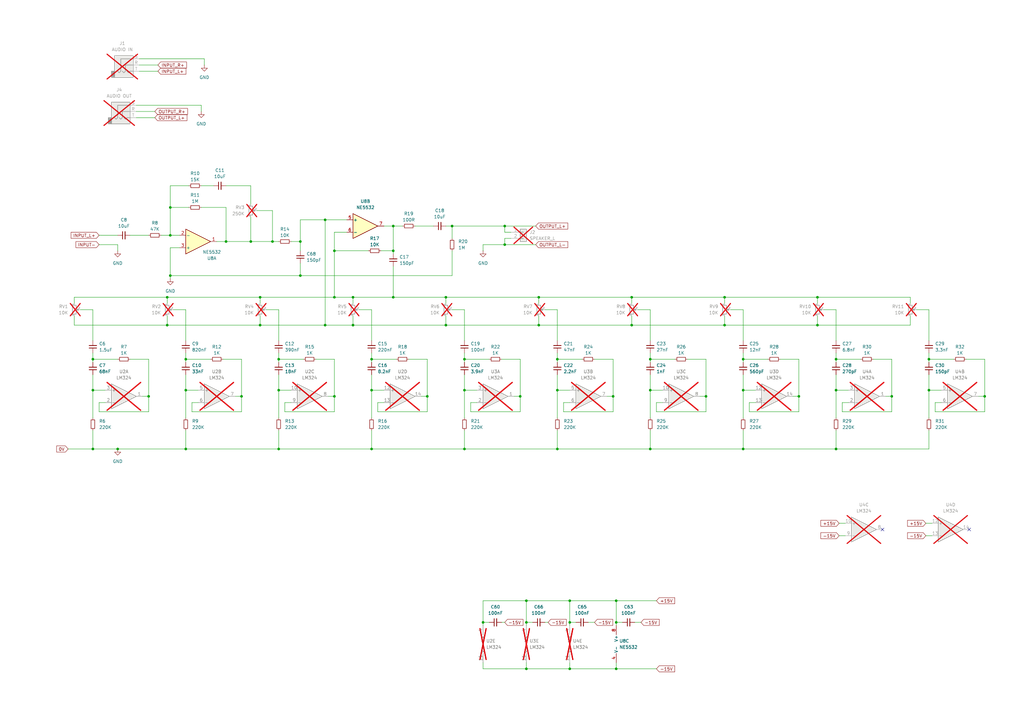
<source format=kicad_sch>
(kicad_sch (version 20231120) (generator "eeschema") (generator_version "8.0")
  (paper "A3")
  (lib_symbols
    (symbol "Amplifier_Operational:LM324" (pin_names (offset 0.127))
      (property "Reference" "U" (at 0 5.08 0))
      (property "Value" "LM324" (at 0 -5.08 0))
      (symbol "LM324_1_1"
        (pin output line (at 7.62 0 180) (length 2.54) (name "~") (number "1"))
        (pin input line (at -7.62 -2.54 0) (length 2.54) (name "-") (number "2"))
        (pin input line (at -7.62 2.54 0) (length 2.54) (name "+") (number "3"))
      )
      (symbol "LM324_2_1"
        (pin input line (at -7.62 2.54 0) (length 2.54) (name "+") (number "5"))
        (pin input line (at -7.62 -2.54 0) (length 2.54) (name "-") (number "6"))
        (pin output line (at 7.62 0 180) (length 2.54) (name "~") (number "7"))
      )
      (symbol "LM324_3_1"
        (pin input line (at -7.62 2.54 0) (length 2.54) (name "+") (number "10"))
        (pin output line (at 7.62 0 180) (length 2.54) (name "~") (number "8"))
        (pin input line (at -7.62 -2.54 0) (length 2.54) (name "-") (number "9"))
      )
      (symbol "LM324_4_1"
        (pin input line (at -7.62 2.54 0) (length 2.54) (name "+") (number "12"))
        (pin input line (at -7.62 -2.54 0) (length 2.54) (name "-") (number "13"))
        (pin output line (at 7.62 0 180) (length 2.54) (name "~") (number "14"))
      )
      (symbol "LM324_5_1"
        (pin power_in line (at -2.54 -7.62 90) (length 3.81) (name "V-") (number "11"))
        (pin power_in line (at -2.54 7.62 270) (length 3.81) (name "V+") (number "4"))
      )
    )
    (symbol "Amplifier_Operational:NE5532" (pin_names (offset 0.127))
      (property "Reference" "U" (at 0 5.08 0))
      (property "Value" "NE5532" (at 0 -5.08 0))
      (symbol "NE5532_1_1"
        (pin output line (at 7.62 0 180) (length 2.54) (name "~") (number "1"))
        (pin input line (at -7.62 -2.54 0) (length 2.54) (name "-") (number "2"))
        (pin input line (at -7.62 2.54 0) (length 2.54) (name "+") (number "3"))
      )
      (symbol "NE5532_2_1"
        (pin input line (at -7.62 2.54 0) (length 2.54) (name "+") (number "5"))
        (pin input line (at -7.62 -2.54 0) (length 2.54) (name "-") (number "6"))
        (pin output line (at 7.62 0 180) (length 2.54) (name "~") (number "7"))
      )
      (symbol "NE5532_3_1"
        (pin power_in line (at -2.54 -7.62 90) (length 3.81) (name "V-") (number "4"))
        (pin power_in line (at -2.54 7.62 270) (length 3.81) (name "V+") (number "8"))
      )
    )
    (symbol "Connector_Audio:AudioJack3"
      (property "Reference" "J" (at 0 8.89 0))
      (property "Value" "AudioJack3" (at 0 6.35 0))
      (symbol "AudioJack3_1_1"
        (pin passive line (at 5.08 0 180) (length 2.54) (name "~") (number "R"))
        (pin passive line (at 5.08 2.54 180) (length 2.54) (name "~") (number "S"))
        (pin passive line (at 5.08 -2.54 180) (length 2.54) (name "~") (number "T"))
      )
    )
    (symbol "Connector_Generic:Conn_01x02" (pin_names (offset 1.016) hide)
      (property "Reference" "J" (at 0 2.54 0))
      (property "Value" "Conn_01x02" (at 0 -5.08 0))
      (symbol "Conn_01x02_1_1"
        (pin passive line (at -5.08 0 0) (length 3.81) (name "Pin_1") (number "1"))
        (pin passive line (at -5.08 -2.54 0) (length 3.81) (name "Pin_2") (number "2"))
      )
    )
    (symbol "Device:C_Small" (pin_numbers hide) (pin_names (offset 0.254) hide)
      (property "Reference" "C" (at 0.254 1.778 0))
      (property "Value" "C_Small" (at 0.254 -2.032 0))
      (symbol "C_Small_1_1"
        (pin passive line (at 0 2.54 270) (length 2.032) (name "~") (number "1"))
        (pin passive line (at 0 -2.54 90) (length 2.032) (name "~") (number "2"))
      )
    )
    (symbol "Device:R_Potentiometer_Small" (pin_names (offset 1.016) hide)
      (property "Reference" "RV" (at -4.445 0 90))
      (property "Value" "R_Potentiometer_Small" (at -2.54 0 90))
      (symbol "R_Potentiometer_Small_1_1"
        (pin passive line (at 0 2.54 270) (length 0.635) (name "1") (number "1"))
        (pin passive line (at 2.54 0 180) (length 0.9906) (name "2") (number "2"))
        (pin passive line (at 0 -2.54 90) (length 0.635) (name "3") (number "3"))
      )
    )
    (symbol "Device:R_Small" (pin_numbers hide) (pin_names (offset 0.254) hide)
      (property "Reference" "R" (at 0.762 0.508 0))
      (property "Value" "R_Small" (at 0.762 -1.016 0))
      (symbol "R_Small_1_1"
        (pin passive line (at 0 2.54 270) (length 0.762) (name "~") (number "1"))
        (pin passive line (at 0 -2.54 90) (length 0.762) (name "~") (number "2"))
      )
    )
    (symbol "power:GND" (power) (pin_numbers hide) (pin_names (offset 0) hide)
      (property "Value" "GND" (at 0 -3.81 0))
      (symbol "GND_1_1"
        (pin power_in line (at 0 0 270) (length 0) (name "~") (number "1"))
      )
    )
  )
  (junction (at 335.28 133.35))
  (junction (at 133.35 133.35))
  (junction (at 137.16 121.92))
  (junction (at 152.4 160.02))
  (junction (at 228.6 160.02))
  (junction (at 69.85 85.09))
  (junction (at 266.7 160.02))
  (junction (at 123.19 113.03))
  (junction (at 68.58 133.35))
  (junction (at 228.6 184.15))
  (junction (at 76.2 160.02))
  (junction (at 133.35 90.17))
  (junction (at 342.9 160.02))
  (junction (at 123.19 99.06))
  (junction (at 207.01 92.71))
  (junction (at 252.73 246.38))
  (junction (at 161.29 121.92))
  (junction (at 114.3 160.02))
  (junction (at 233.68 246.38))
  (junction (at 111.76 99.06))
  (junction (at 182.88 133.35))
  (junction (at 327.66 162.56))
  (junction (at 48.26 184.15))
  (junction (at 215.9 246.38))
  (junction (at 381 160.02))
  (junction (at 365.76 162.56))
  (junction (at 106.68 121.92))
  (junction (at 38.1 184.15))
  (junction (at 144.78 121.92))
  (junction (at 297.18 133.35))
  (junction (at 215.9 274.32))
  (junction (at 69.85 113.03))
  (junction (at 220.98 133.35))
  (junction (at 233.68 274.32))
  (junction (at 137.16 162.56))
  (junction (at 102.87 99.06))
  (junction (at 228.6 147.32))
  (junction (at 38.1 160.02))
  (junction (at 76.2 147.32))
  (junction (at 152.4 184.15))
  (junction (at 114.3 147.32))
  (junction (at 38.1 147.32))
  (junction (at 106.68 133.35))
  (junction (at 68.58 121.92))
  (junction (at 92.71 99.06))
  (junction (at 289.56 162.56))
  (junction (at 207.01 100.33))
  (junction (at 381 147.32))
  (junction (at 114.3 184.15))
  (junction (at 233.68 255.27))
  (junction (at 152.4 147.32))
  (junction (at 182.88 121.92))
  (junction (at 304.8 184.15))
  (junction (at 190.5 160.02))
  (junction (at 190.5 147.32))
  (junction (at 304.8 160.02))
  (junction (at 304.8 147.32))
  (junction (at 403.86 162.56))
  (junction (at 251.46 162.56))
  (junction (at 161.29 92.71))
  (junction (at 213.36 162.56))
  (junction (at 60.96 162.56))
  (junction (at 190.5 184.15))
  (junction (at 342.9 147.32))
  (junction (at 99.06 162.56))
  (junction (at 144.78 133.35))
  (junction (at 137.16 102.87))
  (junction (at 252.73 274.32))
  (junction (at 175.26 162.56))
  (junction (at 259.08 121.92))
  (junction (at 335.28 121.92))
  (junction (at 69.85 96.52))
  (junction (at 185.42 92.71))
  (junction (at 220.98 121.92))
  (junction (at 342.9 184.15))
  (junction (at 161.29 102.87))
  (junction (at 266.7 147.32))
  (junction (at 252.73 255.27))
  (junction (at 297.18 121.92))
  (junction (at 259.08 133.35))
  (junction (at 266.7 184.15))
  (junction (at 215.9 255.27))
  (junction (at 76.2 184.15))
  (junction (at 198.12 255.27))
  (no_connect (at 361.95 217.17))
  (no_connect (at 397.51 217.17))
  (wire (pts (xy 83.82 24.13) (xy 83.82 26.67)))
  (wire (pts (xy 373.38 129.54) (xy 373.38 133.35)))
  (wire (pts (xy 220.98 121.92) (xy 259.08 121.92)))
  (wire (pts (xy 190.5 184.15) (xy 228.6 184.15)))
  (wire (pts (xy 266.7 184.15) (xy 304.8 184.15)))
  (wire (pts (xy 228.6 127) (xy 223.52 127)))
  (wire (pts (xy 76.2 144.78) (xy 76.2 147.32)))
  (wire (pts (xy 182.88 121.92) (xy 182.88 124.46)))
  (wire (pts (xy 55.88 45.72) (xy 63.5 45.72)))
  (wire (pts (xy 53.34 96.52) (xy 60.96 96.52)))
  (wire (pts (xy 40.64 165.1) (xy 40.64 168.91)))
  (wire (pts (xy 152.4 144.78) (xy 152.4 147.32)))
  (wire (pts (xy 152.4 139.7) (xy 152.4 127)))
  (wire (pts (xy 137.16 102.87) (xy 137.16 121.92)))
  (wire (pts (xy 307.34 165.1) (xy 307.34 168.91)))
  (wire (pts (xy 102.87 76.2) (xy 102.87 83.82)))
  (wire (pts (xy 114.3 127) (xy 109.22 127)))
  (wire (pts (xy 157.48 92.71) (xy 161.29 92.71)))
  (wire (pts (xy 92.71 99.06) (xy 88.9 99.06)))
  (wire (pts (xy 381 147.32) (xy 381 148.59)))
  (wire (pts (xy 228.6 147.32) (xy 228.6 148.59)))
  (wire (pts (xy 379.73 219.71) (xy 382.27 219.71)))
  (wire (pts (xy 175.26 162.56) (xy 175.26 147.32)))
  (wire (pts (xy 195.58 160.02) (xy 190.5 160.02)))
  (wire (pts (xy 106.68 121.92) (xy 106.68 124.46)))
  (wire (pts (xy 78.74 168.91) (xy 99.06 168.91)))
  (wire (pts (xy 233.68 165.1) (xy 231.14 165.1)))
  (wire (pts (xy 231.14 168.91) (xy 251.46 168.91)))
  (wire (pts (xy 68.58 129.54) (xy 68.58 133.35)))
  (wire (pts (xy 57.15 26.67) (xy 64.77 26.67)))
  (wire (pts (xy 57.15 29.21) (xy 64.77 29.21)))
  (wire (pts (xy 81.28 160.02) (xy 76.2 160.02)))
  (wire (pts (xy 38.1 127) (xy 33.02 127)))
  (wire (pts (xy 123.19 113.03) (xy 69.85 113.03)))
  (wire (pts (xy 233.68 255.27) (xy 236.22 255.27)))
  (wire (pts (xy 114.3 144.78) (xy 114.3 147.32)))
  (wire (pts (xy 144.78 121.92) (xy 161.29 121.92)))
  (wire (pts (xy 213.36 147.32) (xy 205.74 147.32)))
  (wire (pts (xy 252.73 271.78) (xy 252.73 274.32)))
  (wire (pts (xy 119.38 99.06) (xy 123.19 99.06)))
  (wire (pts (xy 215.9 246.38) (xy 233.68 246.38)))
  (wire (pts (xy 297.18 129.54) (xy 297.18 133.35)))
  (wire (pts (xy 198.12 102.87) (xy 198.12 100.33)))
  (wire (pts (xy 190.5 176.53) (xy 190.5 184.15)))
  (wire (pts (xy 241.3 255.27) (xy 243.84 255.27)))
  (wire (pts (xy 198.12 271.78) (xy 198.12 274.32)))
  (wire (pts (xy 233.68 271.78) (xy 233.68 274.32)))
  (wire (pts (xy 40.64 100.33) (xy 48.26 100.33)))
  (wire (pts (xy 233.68 246.38) (xy 252.73 246.38)))
  (wire (pts (xy 157.48 165.1) (xy 154.94 165.1)))
  (wire (pts (xy 151.13 102.87) (xy 137.16 102.87)))
  (wire (pts (xy 106.68 129.54) (xy 106.68 133.35)))
  (wire (pts (xy 154.94 168.91) (xy 175.26 168.91)))
  (wire (pts (xy 266.7 139.7) (xy 266.7 127)))
  (wire (pts (xy 106.68 133.35) (xy 68.58 133.35)))
  (wire (pts (xy 38.1 147.32) (xy 48.26 147.32)))
  (wire (pts (xy 251.46 168.91) (xy 251.46 162.56)))
  (wire (pts (xy 342.9 176.53) (xy 342.9 184.15)))
  (wire (pts (xy 215.9 274.32) (xy 233.68 274.32)))
  (wire (pts (xy 38.1 160.02) (xy 38.1 153.67)))
  (wire (pts (xy 182.88 129.54) (xy 182.88 133.35)))
  (wire (pts (xy 76.2 147.32) (xy 76.2 148.59)))
  (wire (pts (xy 251.46 147.32) (xy 243.84 147.32)))
  (wire (pts (xy 137.16 121.92) (xy 144.78 121.92)))
  (wire (pts (xy 195.58 165.1) (xy 193.04 165.1)))
  (wire (pts (xy 76.2 160.02) (xy 76.2 171.45)))
  (wire (pts (xy 102.87 99.06) (xy 92.71 99.06)))
  (wire (pts (xy 304.8 160.02) (xy 304.8 171.45)))
  (wire (pts (xy 215.9 246.38) (xy 215.9 255.27)))
  (wire (pts (xy 170.18 92.71) (xy 177.8 92.71)))
  (wire (pts (xy 161.29 102.87) (xy 161.29 92.71)))
  (wire (pts (xy 114.3 147.32) (xy 114.3 148.59)))
  (wire (pts (xy 182.88 92.71) (xy 185.42 92.71)))
  (wire (pts (xy 68.58 133.35) (xy 30.48 133.35)))
  (wire (pts (xy 207.01 97.79) (xy 207.01 100.33)))
  (wire (pts (xy 342.9 139.7) (xy 342.9 127)))
  (wire (pts (xy 105.41 86.36) (xy 111.76 86.36)))
  (wire (pts (xy 248.92 162.56) (xy 251.46 162.56)))
  (wire (pts (xy 335.28 121.92) (xy 373.38 121.92)))
  (wire (pts (xy 233.68 246.38) (xy 233.68 255.27)))
  (wire (pts (xy 297.18 133.35) (xy 259.08 133.35)))
  (wire (pts (xy 381 160.02) (xy 381 153.67)))
  (wire (pts (xy 213.36 162.56) (xy 213.36 147.32)))
  (wire (pts (xy 215.9 255.27) (xy 218.44 255.27)))
  (wire (pts (xy 38.1 147.32) (xy 38.1 148.59)))
  (wire (pts (xy 111.76 99.06) (xy 114.3 99.06)))
  (wire (pts (xy 287.02 162.56) (xy 289.56 162.56)))
  (wire (pts (xy 363.22 162.56) (xy 365.76 162.56)))
  (wire (pts (xy 373.38 133.35) (xy 335.28 133.35)))
  (wire (pts (xy 259.08 121.92) (xy 259.08 124.46)))
  (wire (pts (xy 228.6 147.32) (xy 238.76 147.32)))
  (wire (pts (xy 289.56 147.32) (xy 281.94 147.32)))
  (wire (pts (xy 60.96 147.32) (xy 53.34 147.32)))
  (wire (pts (xy 133.35 133.35) (xy 106.68 133.35)))
  (wire (pts (xy 161.29 92.71) (xy 165.1 92.71)))
  (wire (pts (xy 69.85 76.2) (xy 69.85 85.09)))
  (wire (pts (xy 152.4 127) (xy 147.32 127)))
  (wire (pts (xy 185.42 92.71) (xy 185.42 97.79)))
  (wire (pts (xy 198.12 255.27) (xy 198.12 256.54)))
  (wire (pts (xy 209.55 95.25) (xy 207.01 95.25)))
  (wire (pts (xy 233.68 160.02) (xy 228.6 160.02)))
  (wire (pts (xy 381 176.53) (xy 381 184.15)))
  (wire (pts (xy 220.98 129.54) (xy 220.98 133.35)))
  (wire (pts (xy 259.08 133.35) (xy 220.98 133.35)))
  (wire (pts (xy 190.5 139.7) (xy 190.5 127)))
  (wire (pts (xy 78.74 165.1) (xy 78.74 168.91)))
  (wire (pts (xy 381 147.32) (xy 391.16 147.32)))
  (wire (pts (xy 325.12 162.56) (xy 327.66 162.56)))
  (wire (pts (xy 144.78 121.92) (xy 144.78 124.46)))
  (wire (pts (xy 304.8 160.02) (xy 304.8 153.67)))
  (wire (pts (xy 198.12 274.32) (xy 215.9 274.32)))
  (wire (pts (xy 152.4 160.02) (xy 152.4 153.67)))
  (wire (pts (xy 116.84 165.1) (xy 116.84 168.91)))
  (wire (pts (xy 114.3 147.32) (xy 124.46 147.32)))
  (wire (pts (xy 133.35 90.17) (xy 133.35 133.35)))
  (wire (pts (xy 69.85 113.03) (xy 69.85 114.3)))
  (wire (pts (xy 344.17 214.63) (xy 346.71 214.63)))
  (wire (pts (xy 365.76 168.91) (xy 365.76 162.56)))
  (wire (pts (xy 269.24 165.1) (xy 269.24 168.91)))
  (wire (pts (xy 99.06 147.32) (xy 91.44 147.32)))
  (wire (pts (xy 137.16 168.91) (xy 137.16 162.56)))
  (wire (pts (xy 252.73 255.27) (xy 255.27 255.27)))
  (wire (pts (xy 154.94 165.1) (xy 154.94 168.91)))
  (wire (pts (xy 60.96 162.56) (xy 60.96 147.32)))
  (wire (pts (xy 175.26 147.32) (xy 167.64 147.32)))
  (wire (pts (xy 220.98 133.35) (xy 182.88 133.35)))
  (wire (pts (xy 252.73 246.38) (xy 252.73 255.27)))
  (wire (pts (xy 30.48 121.92) (xy 68.58 121.92)))
  (wire (pts (xy 66.04 96.52) (xy 69.85 96.52)))
  (wire (pts (xy 38.1 160.02) (xy 38.1 171.45)))
  (wire (pts (xy 175.26 168.91) (xy 175.26 162.56)))
  (wire (pts (xy 381 144.78) (xy 381 147.32)))
  (wire (pts (xy 123.19 107.95) (xy 123.19 113.03)))
  (wire (pts (xy 40.64 96.52) (xy 48.26 96.52)))
  (wire (pts (xy 144.78 129.54) (xy 144.78 133.35)))
  (wire (pts (xy 345.44 168.91) (xy 365.76 168.91)))
  (wire (pts (xy 57.15 24.13) (xy 83.82 24.13)))
  (wire (pts (xy 335.28 129.54) (xy 335.28 133.35)))
  (wire (pts (xy 304.8 147.32) (xy 304.8 148.59)))
  (wire (pts (xy 193.04 165.1) (xy 193.04 168.91)))
  (wire (pts (xy 116.84 168.91) (xy 137.16 168.91)))
  (wire (pts (xy 82.55 85.09) (xy 92.71 85.09)))
  (wire (pts (xy 266.7 127) (xy 261.62 127)))
  (wire (pts (xy 152.4 147.32) (xy 162.56 147.32)))
  (wire (pts (xy 386.08 160.02) (xy 381 160.02)))
  (wire (pts (xy 133.35 90.17) (xy 142.24 90.17)))
  (wire (pts (xy 68.58 124.46) (xy 68.58 121.92)))
  (wire (pts (xy 266.7 160.02) (xy 266.7 171.45)))
  (wire (pts (xy 289.56 168.91) (xy 289.56 162.56)))
  (wire (pts (xy 403.86 168.91) (xy 403.86 162.56)))
  (wire (pts (xy 304.8 144.78) (xy 304.8 147.32)))
  (wire (pts (xy 383.54 165.1) (xy 383.54 168.91)))
  (wire (pts (xy 379.73 214.63) (xy 382.27 214.63)))
  (wire (pts (xy 76.2 139.7) (xy 76.2 127)))
  (wire (pts (xy 60.96 168.91) (xy 60.96 162.56)))
  (wire (pts (xy 92.71 85.09) (xy 92.71 99.06)))
  (wire (pts (xy 365.76 162.56) (xy 365.76 147.32)))
  (wire (pts (xy 30.48 124.46) (xy 30.48 121.92)))
  (wire (pts (xy 190.5 144.78) (xy 190.5 147.32)))
  (wire (pts (xy 190.5 147.32) (xy 190.5 148.59)))
  (wire (pts (xy 198.12 255.27) (xy 200.66 255.27)))
  (wire (pts (xy 152.4 176.53) (xy 152.4 184.15)))
  (wire (pts (xy 345.44 165.1) (xy 345.44 168.91)))
  (wire (pts (xy 260.35 255.27) (xy 262.89 255.27)))
  (wire (pts (xy 386.08 165.1) (xy 383.54 165.1)))
  (wire (pts (xy 111.76 86.36) (xy 111.76 99.06)))
  (wire (pts (xy 106.68 121.92) (xy 137.16 121.92)))
  (wire (pts (xy 102.87 88.9) (xy 102.87 99.06)))
  (wire (pts (xy 304.8 139.7) (xy 304.8 127)))
  (wire (pts (xy 252.73 274.32) (xy 269.24 274.32)))
  (wire (pts (xy 38.1 176.53) (xy 38.1 184.15)))
  (wire (pts (xy 228.6 176.53) (xy 228.6 184.15)))
  (wire (pts (xy 207.01 92.71) (xy 219.71 92.71)))
  (wire (pts (xy 137.16 102.87) (xy 137.16 95.25)))
  (wire (pts (xy 92.71 76.2) (xy 102.87 76.2)))
  (wire (pts (xy 76.2 147.32) (xy 86.36 147.32)))
  (wire (pts (xy 307.34 168.91) (xy 327.66 168.91)))
  (wire (pts (xy 123.19 90.17) (xy 133.35 90.17)))
  (wire (pts (xy 297.18 121.92) (xy 335.28 121.92)))
  (wire (pts (xy 137.16 162.56) (xy 137.16 147.32)))
  (wire (pts (xy 403.86 147.32) (xy 396.24 147.32)))
  (wire (pts (xy 27.94 184.15) (xy 38.1 184.15)))
  (wire (pts (xy 193.04 168.91) (xy 213.36 168.91)))
  (wire (pts (xy 297.18 121.92) (xy 297.18 124.46)))
  (wire (pts (xy 259.08 129.54) (xy 259.08 133.35)))
  (wire (pts (xy 69.85 96.52) (xy 73.66 96.52)))
  (wire (pts (xy 68.58 121.92) (xy 106.68 121.92)))
  (wire (pts (xy 185.42 92.71) (xy 207.01 92.71)))
  (wire (pts (xy 266.7 160.02) (xy 266.7 153.67)))
  (wire (pts (xy 228.6 160.02) (xy 228.6 171.45)))
  (wire (pts (xy 304.8 176.53) (xy 304.8 184.15)))
  (wire (pts (xy 48.26 184.15) (xy 76.2 184.15)))
  (wire (pts (xy 55.88 43.18) (xy 82.55 43.18)))
  (wire (pts (xy 220.98 121.92) (xy 220.98 124.46)))
  (wire (pts (xy 381 139.7) (xy 381 127)))
  (wire (pts (xy 215.9 255.27) (xy 215.9 256.54)))
  (wire (pts (xy 266.7 176.53) (xy 266.7 184.15)))
  (wire (pts (xy 207.01 100.33) (xy 219.71 100.33)))
  (wire (pts (xy 190.5 160.02) (xy 190.5 153.67)))
  (wire (pts (xy 327.66 147.32) (xy 320.04 147.32)))
  (wire (pts (xy 137.16 147.32) (xy 129.54 147.32)))
  (wire (pts (xy 182.88 133.35) (xy 144.78 133.35)))
  (wire (pts (xy 152.4 160.02) (xy 152.4 171.45)))
  (wire (pts (xy 344.17 219.71) (xy 346.71 219.71)))
  (wire (pts (xy 383.54 168.91) (xy 403.86 168.91)))
  (wire (pts (xy 69.85 85.09) (xy 69.85 96.52)))
  (wire (pts (xy 99.06 168.91) (xy 99.06 162.56)))
  (wire (pts (xy 76.2 184.15) (xy 114.3 184.15)))
  (wire (pts (xy 152.4 184.15) (xy 190.5 184.15)))
  (wire (pts (xy 77.47 85.09) (xy 69.85 85.09)))
  (wire (pts (xy 69.85 101.6) (xy 73.66 101.6)))
  (wire (pts (xy 144.78 133.35) (xy 133.35 133.35)))
  (wire (pts (xy 38.1 184.15) (xy 48.26 184.15)))
  (wire (pts (xy 228.6 160.02) (xy 228.6 153.67)))
  (wire (pts (xy 271.78 165.1) (xy 269.24 165.1)))
  (wire (pts (xy 233.68 274.32) (xy 252.73 274.32)))
  (wire (pts (xy 82.55 43.18) (xy 82.55 45.72)))
  (wire (pts (xy 252.73 255.27) (xy 252.73 256.54)))
  (wire (pts (xy 309.88 160.02) (xy 304.8 160.02)))
  (wire (pts (xy 123.19 113.03) (xy 185.42 113.03)))
  (wire (pts (xy 190.5 160.02) (xy 190.5 171.45)))
  (wire (pts (xy 38.1 139.7) (xy 38.1 127)))
  (wire (pts (xy 342.9 127) (xy 337.82 127)))
  (wire (pts (xy 76.2 127) (xy 71.12 127)))
  (wire (pts (xy 342.9 147.32) (xy 342.9 148.59)))
  (wire (pts (xy 77.47 76.2) (xy 69.85 76.2)))
  (wire (pts (xy 114.3 139.7) (xy 114.3 127)))
  (wire (pts (xy 134.62 162.56) (xy 137.16 162.56)))
  (wire (pts (xy 76.2 176.53) (xy 76.2 184.15)))
  (wire (pts (xy 223.52 255.27) (xy 224.79 255.27)))
  (wire (pts (xy 161.29 121.92) (xy 182.88 121.92)))
  (wire (pts (xy 266.7 144.78) (xy 266.7 147.32)))
  (wire (pts (xy 289.56 162.56) (xy 289.56 147.32)))
  (wire (pts (xy 198.12 246.38) (xy 198.12 255.27)))
  (wire (pts (xy 228.6 144.78) (xy 228.6 147.32)))
  (wire (pts (xy 137.16 95.25) (xy 142.24 95.25)))
  (wire (pts (xy 342.9 144.78) (xy 342.9 147.32)))
  (wire (pts (xy 119.38 160.02) (xy 114.3 160.02)))
  (wire (pts (xy 157.48 160.02) (xy 152.4 160.02)))
  (wire (pts (xy 335.28 133.35) (xy 297.18 133.35)))
  (wire (pts (xy 251.46 162.56) (xy 251.46 147.32)))
  (wire (pts (xy 99.06 162.56) (xy 99.06 147.32)))
  (wire (pts (xy 172.72 162.56) (xy 175.26 162.56)))
  (wire (pts (xy 403.86 162.56) (xy 403.86 147.32)))
  (wire (pts (xy 48.26 102.87) (xy 48.26 100.33)))
  (wire (pts (xy 304.8 184.15) (xy 342.9 184.15)))
  (wire (pts (xy 373.38 124.46) (xy 373.38 121.92)))
  (wire (pts (xy 228.6 139.7) (xy 228.6 127)))
  (wire (pts (xy 114.3 184.15) (xy 152.4 184.15)))
  (wire (pts (xy 365.76 147.32) (xy 358.14 147.32)))
  (wire (pts (xy 96.52 162.56) (xy 99.06 162.56)))
  (wire (pts (xy 40.64 168.91) (xy 60.96 168.91)))
  (wire (pts (xy 342.9 184.15) (xy 381 184.15)))
  (wire (pts (xy 152.4 147.32) (xy 152.4 148.59)))
  (wire (pts (xy 207.01 95.25) (xy 207.01 92.71)))
  (wire (pts (xy 182.88 121.92) (xy 220.98 121.92)))
  (wire (pts (xy 259.08 121.92) (xy 297.18 121.92)))
  (wire (pts (xy 347.98 165.1) (xy 345.44 165.1)))
  (wire (pts (xy 161.29 102.87) (xy 161.29 104.14)))
  (wire (pts (xy 38.1 144.78) (xy 38.1 147.32)))
  (wire (pts (xy 210.82 162.56) (xy 213.36 162.56)))
  (wire (pts (xy 114.3 160.02) (xy 114.3 171.45)))
  (wire (pts (xy 401.32 162.56) (xy 403.86 162.56)))
  (wire (pts (xy 55.88 48.26) (xy 63.5 48.26)))
  (wire (pts (xy 252.73 246.38) (xy 269.24 246.38)))
  (wire (pts (xy 43.18 165.1) (xy 40.64 165.1)))
  (wire (pts (xy 205.74 255.27) (xy 207.01 255.27)))
  (wire (pts (xy 161.29 109.22) (xy 161.29 121.92)))
  (wire (pts (xy 342.9 147.32) (xy 353.06 147.32)))
  (wire (pts (xy 123.19 99.06) (xy 123.19 90.17)))
  (wire (pts (xy 342.9 160.02) (xy 342.9 171.45)))
  (wire (pts (xy 123.19 99.06) (xy 123.19 102.87)))
  (wire (pts (xy 381 160.02) (xy 381 171.45)))
  (wire (pts (xy 190.5 127) (xy 185.42 127)))
  (wire (pts (xy 304.8 147.32) (xy 314.96 147.32)))
  (wire (pts (xy 266.7 147.32) (xy 266.7 148.59)))
  (wire (pts (xy 81.28 165.1) (xy 78.74 165.1)))
  (wire (pts (xy 213.36 168.91) (xy 213.36 162.56)))
  (wire (pts (xy 335.28 121.92) (xy 335.28 124.46)))
  (wire (pts (xy 266.7 147.32) (xy 276.86 147.32)))
  (wire (pts (xy 309.88 165.1) (xy 307.34 165.1)))
  (wire (pts (xy 114.3 160.02) (xy 114.3 153.67)))
  (wire (pts (xy 156.21 102.87) (xy 161.29 102.87)))
  (wire (pts (xy 347.98 160.02) (xy 342.9 160.02)))
  (wire (pts (xy 271.78 160.02) (xy 266.7 160.02)))
  (wire (pts (xy 43.18 160.02) (xy 38.1 160.02)))
  (wire (pts (xy 82.55 76.2) (xy 87.63 76.2)))
  (wire (pts (xy 228.6 184.15) (xy 266.7 184.15)))
  (wire (pts (xy 381 127) (xy 375.92 127)))
  (wire (pts (xy 209.55 97.79) (xy 207.01 97.79)))
  (wire (pts (xy 185.42 102.87) (xy 185.42 113.03)))
  (wire (pts (xy 342.9 160.02) (xy 342.9 153.67)))
  (wire (pts (xy 58.42 162.56) (xy 60.96 162.56)))
  (wire (pts (xy 30.48 129.54) (xy 30.48 133.35)))
  (wire (pts (xy 114.3 176.53) (xy 114.3 184.15)))
  (wire (pts (xy 327.66 168.91) (xy 327.66 162.56)))
  (wire (pts (xy 198.12 246.38) (xy 215.9 246.38)))
  (wire (pts (xy 198.12 100.33) (xy 207.01 100.33)))
  (wire (pts (xy 76.2 160.02) (xy 76.2 153.67)))
  (wire (pts (xy 231.14 165.1) (xy 231.14 168.91)))
  (wire (pts (xy 269.24 168.91) (xy 289.56 168.91)))
  (wire (pts (xy 233.68 255.27) (xy 233.68 256.54)))
  (wire (pts (xy 215.9 271.78) (xy 215.9 274.32)))
  (wire (pts (xy 111.76 99.06) (xy 102.87 99.06)))
  (wire (pts (xy 69.85 113.03) (xy 69.85 101.6)))
  (wire (pts (xy 327.66 162.56) (xy 327.66 147.32)))
  (wire (pts (xy 119.38 165.1) (xy 116.84 165.1)))
  (wire (pts (xy 190.5 147.32) (xy 200.66 147.32)))
  (wire (pts (xy 304.8 127) (xy 299.72 127)))
  (global_label "-15V" (shape input) (at 269.24 274.32 0) (property "Intersheetrefs" "${INTERSHEET_REFS}" (effects (hide yes))))
  (global_label "+15V" (shape input) (at 344.17 214.63 180) (property "Intersheetrefs" "${INTERSHEET_REFS}" (effects (hide yes))))
  (global_label "OUTPUT_L-" (shape input) (at 219.71 100.33 0) (property "Intersheetrefs" "${INTERSHEET_REFS}" (effects (hide yes))))
  (global_label "INPUT-" (shape input) (at 40.64 100.33 180) (property "Intersheetrefs" "${INTERSHEET_REFS}" (effects (hide yes))))
  (global_label "-15V" (shape input) (at 243.84 255.27 0) (property "Intersheetrefs" "${INTERSHEET_REFS}" (effects (hide yes))))
  (global_label "0V" (shape input) (at 27.94 184.15 180) (property "Intersheetrefs" "${INTERSHEET_REFS}" (effects (hide yes))))
  (global_label "OUTPUT_R+" (shape input) (at 63.5 45.72 0) (property "Intersheetrefs" "${INTERSHEET_REFS}" (effects (hide yes))))
  (global_label "INPUT_L+" (shape input) (at 40.64 96.52 180) (property "Intersheetrefs" "${INTERSHEET_REFS}" (effects (hide yes))))
  (global_label "+15V" (shape input) (at 379.73 214.63 180) (property "Intersheetrefs" "${INTERSHEET_REFS}" (effects (hide yes))))
  (global_label "+15V" (shape input) (at 269.24 246.38 0) (property "Intersheetrefs" "${INTERSHEET_REFS}" (effects (hide yes))))
  (global_label "OUTPUT_L+" (shape input) (at 219.71 92.71 0) (property "Intersheetrefs" "${INTERSHEET_REFS}" (effects (hide yes))))
  (global_label "INPUT_R+" (shape input) (at 64.77 26.67 0) (property "Intersheetrefs" "${INTERSHEET_REFS}" (effects (hide yes))))
  (global_label "OUTPUT_L+" (shape input) (at 63.5 48.26 0) (property "Intersheetrefs" "${INTERSHEET_REFS}" (effects (hide yes))))
  (global_label "INPUT_L+" (shape input) (at 64.77 29.21 0) (property "Intersheetrefs" "${INTERSHEET_REFS}" (effects (hide yes))))
  (global_label "-15V" (shape input) (at 207.01 255.27 0) (property "Intersheetrefs" "${INTERSHEET_REFS}" (effects (hide yes))))
  (global_label "-15V" (shape input) (at 224.79 255.27 0) (property "Intersheetrefs" "${INTERSHEET_REFS}" (effects (hide yes))))
  (global_label "-15V" (shape input) (at 379.73 219.71 180) (property "Intersheetrefs" "${INTERSHEET_REFS}" (effects (hide yes))))
  (global_label "-15V" (shape input) (at 262.89 255.27 0) (property "Intersheetrefs" "${INTERSHEET_REFS}" (effects (hide yes))))
  (global_label "-15V" (shape input) (at 344.17 219.71 180) (property "Intersheetrefs" "${INTERSHEET_REFS}" (effects (hide yes))))
  (symbol (lib_id "Device:R_Small") (at 317.5 147.32 90) (unit 1)
    (property "Reference" "R28" (at 317.5 142.24 90))
    (property "Value" "1K" (at 317.5 144.78 90))
    (property "Footprint" "Resistor_SMD:R_0805_2012Metric_Pad1.20x1.40mm_HandSolder" (effects (hide yes)))
    (property "Datasheet" "https://www.lcsc.com/datasheet/lcsc_datasheet_2205311800_UNI-ROYAL-Uniroyal-Elec-0805W8F1001T5E_C17513.pdf" (effects (hide yes)))
    (property "Description" "125mW Thick Film Resistors 150V ±100ppm/℃ ±1% 1kΩ 0805 Chip Resistor - Surface Mount ROHS" (effects (hide yes)))
    (property "LCSC" "C17513" (effects (hide yes)))
  )
  (symbol (lib_id "Device:R_Small") (at 88.9 147.32 90) (unit 1)
    (property "Reference" "R12" (at 88.9 142.24 90))
    (property "Value" "1K" (at 88.9 144.78 90))
    (property "Footprint" "Resistor_SMD:R_0805_2012Metric_Pad1.20x1.40mm_HandSolder" (effects (hide yes)))
    (property "Datasheet" "https://www.lcsc.com/datasheet/lcsc_datasheet_2205311800_UNI-ROYAL-Uniroyal-Elec-0805W8F1001T5E_C17513.pdf" (effects (hide yes)))
    (property "Description" "125mW Thick Film Resistors 150V ±100ppm/℃ ±1% 1kΩ 0805 Chip Resistor - Surface Mount ROHS" (effects (hide yes)))
    (property "LCSC" "C17513" (effects (hide yes)))
  )
  (symbol (lib_id "Device:R_Small") (at 381 173.99 180) (unit 1)
    (property "Reference" "R31" (at 383.54 172.7199 0) (effects (justify right)))
    (property "Value" "220K" (at 383.54 175.2599 0) (effects (justify right)))
    (property "Footprint" "Resistor_SMD:R_0805_2012Metric_Pad1.20x1.40mm_HandSolder" (effects (hide yes)))
    (property "Datasheet" "https://www.lcsc.com/datasheet/lcsc_datasheet_2206010200_UNI-ROYAL-Uniroyal-Elec-0805W8F2203T5E_C17556.pdf" (effects (hide yes)))
    (property "Description" "125mW Thick Film Resistors 150V ±100ppm/℃ ±1% 220kΩ 0805 Chip Resistor - Surface Mount ROHS" (effects (hide yes)))
    (property "LCSC" "C17556" (effects (hide yes)))
  )
  (symbol (lib_id "Device:R_Small") (at 266.7 173.99 180) (unit 1)
    (property "Reference" "R25" (at 269.24 172.7199 0) (effects (justify right)))
    (property "Value" "220K" (at 269.24 175.2599 0) (effects (justify right)))
    (property "Footprint" "Resistor_SMD:R_0805_2012Metric_Pad1.20x1.40mm_HandSolder" (effects (hide yes)))
    (property "Datasheet" "https://www.lcsc.com/datasheet/lcsc_datasheet_2206010200_UNI-ROYAL-Uniroyal-Elec-0805W8F2203T5E_C17556.pdf" (effects (hide yes)))
    (property "Description" "125mW Thick Film Resistors 150V ±100ppm/℃ ±1% 220kΩ 0805 Chip Resistor - Surface Mount ROHS" (effects (hide yes)))
    (property "LCSC" "C17556" (effects (hide yes)))
  )
  (symbol (lib_id "Device:C_Small") (at 304.8 151.13 180) (unit 1)
    (property "Reference" "C26" (at 307.34 149.8535 0) (effects (justify right)))
    (property "Value" "560pF" (at 307.34 152.3935 0) (effects (justify right)))
    (property "Footprint" "Capacitor_SMD:C_0805_2012Metric_Pad1.18x1.45mm_HandSolder" (effects (hide yes)))
    (property "Datasheet" "https://www.lcsc.com/datasheet/lcsc_datasheet_2304140030_YAGEO-CC0805JRNPO9BN561_C107119.pdf" (effects (hide yes)))
    (property "Description" "50V 560pF NP0 ±5% 0805 Multilayer Ceramic Capacitors MLCC - SMD/SMT ROHS" (effects (hide yes)))
    (property "LCSC" "C107119" (effects (hide yes)))
  )
  (symbol (lib_id "Device:C_Small") (at 114.3 151.13 180) (unit 1)
    (property "Reference" "C13" (at 116.84 149.8535 0) (effects (justify right)))
    (property "Value" "18nF" (at 116.84 152.3935 0) (effects (justify right)))
    (property "Footprint" "Capacitor_SMD:C_0805_2012Metric_Pad1.18x1.45mm_HandSolder" (effects (hide yes)))
    (property "Datasheet" "https://wmsc.lcsc.com/wmsc/upload/file/pdf/v2/lcsc/2403201121_Chinocera-HGC0805R7183K500NTHJ_C5186912.pdf" (effects (hide yes)))
    (property "Description" "50V 18nF X7R ±10% 0805  Multilayer Ceramic Capacitors MLCC - SMD/SMT ROHS" (effects (hide yes)))
    (property "LCSC" "C5186912" (effects (hide yes)))
  )
  (symbol (lib_id "Device:R_Small") (at 153.67 102.87 90) (unit 1)
    (property "Reference" "R17" (at 153.67 97.79 90))
    (property "Value" "10K" (at 153.67 100.33 90))
    (property "Footprint" "Resistor_SMD:R_0805_2012Metric_Pad1.20x1.40mm_HandSolder" (effects (hide yes)))
    (property "Datasheet" "https://www.lcsc.com/datasheet/lcsc_datasheet_2411221126_UNI-ROYAL-Uniroyal-Elec-0805W8F1002T5E_C17414.pdf" (effects (hide yes)))
    (property "Description" "125mW Thick Film Resistors 150V ±100ppm/℃ ±1% 10kΩ 0805 Chip Resistor - Surface Mount ROHS" (effects (hide yes)))
    (property "LCSC" "C17414" (effects (hide yes)))
  )
  (symbol (lib_id "Amplifier_Operational:LM324") (at 165.1 162.56 0) (unit 4) (dnp yes)
    (property "Reference" "U2" (at 165.1 152.4 0))
    (property "Value" "LM324" (at 165.1 154.94 0))
    (property "Footprint" "Package_DIP:DIP-14_W7.62mm_LongPads" (effects (hide yes)))
    (property "Datasheet" "http://www.ti.com/lit/ds/symlink/lm2902-n.pdf" (effects (hide yes)))
    (property "Description" "Low-Power, Quad-Operational Amplifiers, DIP-14/SOIC-14/SSOP-14" (effects (hide yes)))
  )
  (symbol (lib_id "Device:R_Small") (at 203.2 147.32 90) (unit 1)
    (property "Reference" "R22" (at 203.2 142.24 90))
    (property "Value" "1K" (at 203.2 144.78 90))
    (property "Footprint" "Resistor_SMD:R_0805_2012Metric_Pad1.20x1.40mm_HandSolder" (effects (hide yes)))
    (property "Datasheet" "https://www.lcsc.com/datasheet/lcsc_datasheet_2205311800_UNI-ROYAL-Uniroyal-Elec-0805W8F1001T5E_C17513.pdf" (effects (hide yes)))
    (property "Description" "125mW Thick Film Resistors 150V ±100ppm/℃ ±1% 1kΩ 0805 Chip Resistor - Surface Mount ROHS" (effects (hide yes)))
    (property "LCSC" "C17513" (effects (hide yes)))
  )
  (symbol (lib_id "Device:C_Small") (at 228.6 142.24 180) (unit 1)
    (property "Reference" "C21" (at 231.14 140.9635 0) (effects (justify right)))
    (property "Value" "47nF" (at 231.14 143.5035 0) (effects (justify right)))
    (property "Footprint" "Capacitor_SMD:C_0805_2012Metric_Pad1.18x1.45mm_HandSolder" (effects (hide yes)))
    (property "Datasheet" "https://www.lcsc.com/datasheet/lcsc_datasheet_2304140030_YAGEO-CC0805KRX7R9BB473_C107154.pdf" (effects (hide yes)))
    (property "Description" "50V 47nF X7R ±10% 0805 Multilayer Ceramic Capacitors MLCC - SMD/SMT ROHS" (effects (hide yes)))
    (property "LCSC" "C107154" (effects (hide yes)))
  )
  (symbol (lib_id "Device:C_Small") (at 266.7 151.13 180) (unit 1)
    (property "Reference" "C24" (at 269.24 149.8535 0) (effects (justify right)))
    (property "Value" "1nF" (at 269.24 152.3935 0) (effects (justify right)))
    (property "Footprint" "Capacitor_SMD:C_0805_2012Metric_Pad1.18x1.45mm_HandSolder" (effects (hide yes)))
    (property "Datasheet" "https://wmsc.lcsc.com/wmsc/upload/file/pdf/v2/lcsc/1810311439_YAGEO-CC0805KRX7R9BB102_C94121.pdf" (effects (hide yes)))
    (property "Description" "50V 1nF X7R ±10% 0805  Multilayer Ceramic Capacitors MLCC - SMD/SMT ROHS" (effects (hide yes)))
    (property "LCSC" "C94121" (effects (hide yes)))
  )
  (symbol (lib_id "Connector_Audio:AudioJack3") (at 52.07 26.67 0) (unit 1) (dnp yes)
    (property "Reference" "J1" (at 50.165 17.78 0))
    (property "Value" "AUDIO IN" (at 50.165 20.32 0))
    (property "Footprint" "Connector_Audio:Jack_3.5mm_CUI_SJ1-3523N_Horizontal" (effects (hide yes)))
    (property "Description" "Audio Jack, 3 Poles (Stereo / TRS)" (effects (hide yes)))
  )
  (symbol (lib_id "Device:C_Small") (at 238.76 255.27 90) (unit 1)
    (property "Reference" "C65" (at 238.7663 248.92 90))
    (property "Value" "100nF" (at 238.7663 251.46 90))
    (property "Footprint" "Capacitor_SMD:C_0805_2012Metric_Pad1.18x1.45mm_HandSolder" (effects (hide yes)))
    (property "Datasheet" "https://www.lcsc.com/datasheet/lcsc_datasheet_2304140030_FH--Guangdong-Fenghua-Advanced-Tech-0805B104K500NT_C38141.pdf" (effects (hide yes)))
    (property "Description" "50V 100nF X7R ±10% 0805 Multilayer Ceramic Capacitors MLCC - SMD/SMT ROHS" (effects (hide yes)))
    (property "LCSC" "C38141" (effects (hide yes)))
  )
  (symbol (lib_id "Device:R_Small") (at 116.84 99.06 90) (unit 1)
    (property "Reference" "R14" (at 116.84 93.98 90))
    (property "Value" "10K" (at 116.84 96.52 90))
    (property "Footprint" "Resistor_SMD:R_0805_2012Metric_Pad1.20x1.40mm_HandSolder" (effects (hide yes)))
    (property "Datasheet" "https://www.lcsc.com/datasheet/lcsc_datasheet_2411221126_UNI-ROYAL-Uniroyal-Elec-0805W8F1002T5E_C17414.pdf" (effects (hide yes)))
    (property "Description" "125mW Thick Film Resistors 150V ±100ppm/℃ ±1% 10kΩ 0805 Chip Resistor - Surface Mount ROHS" (effects (hide yes)))
    (property "LCSC" "C17414" (effects (hide yes)))
  )
  (symbol (lib_id "Device:R_Small") (at 63.5 96.52 90) (unit 1)
    (property "Reference" "R8" (at 63.5 91.44 90))
    (property "Value" "47K" (at 63.5 93.98 90))
    (property "Footprint" "Resistor_SMD:R_0805_2012Metric_Pad1.20x1.40mm_HandSolder" (effects (hide yes)))
    (property "Datasheet" "https://www.lcsc.com/datasheet/lcsc_datasheet_2304140030_LIZ-Elec-CR0805J80473G_C102018.pdf" (effects (hide yes)))
    (property "Description" "125mW Thick Film Resistors 150V ±5% ±200ppm/℃ 47kΩ 0805 Chip Resistor - Surface Mount ROHS" (effects (hide yes)))
    (property "LCSC" "C102018" (effects (hide yes)))
  )
  (symbol (lib_id "Device:R_Potentiometer_Small") (at 68.58 127 0) (unit 1) (dnp yes)
    (property "Reference" "RV2" (at 66.04 125.7299 0) (effects (justify right)))
    (property "Value" "10K" (at 66.04 128.2699 0) (effects (justify right)))
    (property "Footprint" "Potentiometer_THT:Potentiometer_Bourns_PTA3043_Single_Slide" (effects (hide yes)))
    (property "Description" "Potentiometer" (effects (hide yes)))
  )
  (symbol (lib_id "Amplifier_Operational:LM324") (at 203.2 162.56 0) (unit 1) (dnp yes)
    (property "Reference" "U3" (at 203.2 152.4 0))
    (property "Value" "LM324" (at 203.2 154.94 0))
    (property "Footprint" "Package_DIP:DIP-14_W7.62mm_LongPads" (effects (hide yes)))
    (property "Datasheet" "http://www.ti.com/lit/ds/symlink/lm2902-n.pdf" (effects (hide yes)))
    (property "Description" "Low-Power, Quad-Operational Amplifiers, DIP-14/SOIC-14/SSOP-14" (effects (hide yes)))
  )
  (symbol (lib_id "Device:R_Potentiometer_Small") (at 220.98 127 0) (unit 1) (dnp yes)
    (property "Reference" "RV7" (at 218.44 125.7299 0) (effects (justify right)))
    (property "Value" "10K" (at 218.44 128.2699 0) (effects (justify right)))
    (property "Footprint" "Potentiometer_THT:Potentiometer_Bourns_PTA3043_Single_Slide" (effects (hide yes)))
    (property "Description" "Potentiometer" (effects (hide yes)))
  )
  (symbol (lib_id "Amplifier_Operational:LM324") (at 279.4 162.56 0) (unit 3) (dnp yes)
    (property "Reference" "U3" (at 279.4 152.4 0))
    (property "Value" "LM324" (at 279.4 154.94 0))
    (property "Footprint" "Package_DIP:DIP-14_W7.62mm_LongPads" (effects (hide yes)))
    (property "Datasheet" "http://www.ti.com/lit/ds/symlink/lm2902-n.pdf" (effects (hide yes)))
    (property "Description" "Low-Power, Quad-Operational Amplifiers, DIP-14/SOIC-14/SSOP-14" (effects (hide yes)))
  )
  (symbol (lib_id "Device:C_Small") (at 257.81 255.27 90) (unit 1)
    (property "Reference" "C63" (at 257.8163 248.92 90))
    (property "Value" "100nF" (at 257.8163 251.46 90))
    (property "Footprint" "Capacitor_SMD:C_0805_2012Metric_Pad1.18x1.45mm_HandSolder" (effects (hide yes)))
    (property "Datasheet" "https://www.lcsc.com/datasheet/lcsc_datasheet_2304140030_FH--Guangdong-Fenghua-Advanced-Tech-0805B104K500NT_C38141.pdf" (effects (hide yes)))
    (property "Description" "50V 100nF X7R ±10% 0805 Multilayer Ceramic Capacitors MLCC - SMD/SMT ROHS" (effects (hide yes)))
    (property "LCSC" "C38141" (effects (hide yes)))
  )
  (symbol (lib_id "Device:C_Small") (at 114.3 142.24 180) (unit 1)
    (property "Reference" "C12" (at 116.84 140.9635 0) (effects (justify right)))
    (property "Value" "390nF" (at 116.84 143.5035 0) (effects (justify right)))
    (property "Footprint" "Capacitor_SMD:C_0805_2012Metric_Pad1.18x1.45mm_HandSolder" (effects (hide yes)))
    (property "Datasheet" "https://wmsc.lcsc.com/wmsc/upload/file/pdf/v2/lcsc/2201271130_YAGEO-CC0805KKX7R9BB394_C1854267.pdf" (effects (hide yes)))
    (property "Description" "50V 390nF X7R ±10% 0805  Multilayer Ceramic Capacitors MLCC - SMD/SMT ROHS" (effects (hide yes)))
    (property "LCSC" "C841545" (effects (hide yes)))
  )
  (symbol (lib_id "Device:R_Small") (at 393.7 147.32 90) (unit 1)
    (property "Reference" "R32" (at 393.7 142.24 90))
    (property "Value" "1K" (at 393.7 144.78 90))
    (property "Footprint" "Resistor_SMD:R_0805_2012Metric_Pad1.20x1.40mm_HandSolder" (effects (hide yes)))
    (property "Datasheet" "https://www.lcsc.com/datasheet/lcsc_datasheet_2205311800_UNI-ROYAL-Uniroyal-Elec-0805W8F1001T5E_C17513.pdf" (effects (hide yes)))
    (property "Description" "125mW Thick Film Resistors 150V ±100ppm/℃ ±1% 1kΩ 0805 Chip Resistor - Surface Mount ROHS" (effects (hide yes)))
    (property "LCSC" "C17513" (effects (hide yes)))
  )
  (symbol (lib_id "power:GND") (at 82.55 45.72 0) (mirror y) (unit 1)
    (property "Reference" "#PWR017" (effects (hide yes)))
    (property "Value" "GND" (at 82.55 50.8 0))
    (property "Description" "Power symbol creates a global label with name \"GND\" , ground" (effects (hide yes)))
  )
  (symbol (lib_id "Device:C_Small") (at 203.2 255.27 90) (unit 1)
    (property "Reference" "C60" (at 203.2063 248.92 90))
    (property "Value" "100nF" (at 203.2063 251.46 90))
    (property "Footprint" "Capacitor_SMD:C_0805_2012Metric_Pad1.18x1.45mm_HandSolder" (effects (hide yes)))
    (property "Datasheet" "https://www.lcsc.com/datasheet/lcsc_datasheet_2304140030_FH--Guangdong-Fenghua-Advanced-Tech-0805B104K500NT_C38141.pdf" (effects (hide yes)))
    (property "Description" "50V 100nF X7R ±10% 0805 Multilayer Ceramic Capacitors MLCC - SMD/SMT ROHS" (effects (hide yes)))
    (property "LCSC" "C38141" (effects (hide yes)))
  )
  (symbol (lib_id "Amplifier_Operational:LM324") (at 355.6 162.56 0) (unit 1) (dnp yes)
    (property "Reference" "U4" (at 355.6 152.4 0))
    (property "Value" "LM324" (at 355.6 154.94 0))
    (property "Footprint" "Package_DIP:DIP-14_W7.62mm_LongPads" (effects (hide yes)))
    (property "Datasheet" "http://www.ti.com/lit/ds/symlink/lm2902-n.pdf" (effects (hide yes)))
    (property "Description" "Low-Power, Quad-Operational Amplifiers, DIP-14/SOIC-14/SSOP-14" (effects (hide yes)))
  )
  (symbol (lib_id "Device:R_Small") (at 241.3 147.32 90) (unit 1)
    (property "Reference" "R24" (at 241.3 142.24 90))
    (property "Value" "1K" (at 241.3 144.78 90))
    (property "Footprint" "Resistor_SMD:R_0805_2012Metric_Pad1.20x1.40mm_HandSolder" (effects (hide yes)))
    (property "Datasheet" "https://www.lcsc.com/datasheet/lcsc_datasheet_2205311800_UNI-ROYAL-Uniroyal-Elec-0805W8F1001T5E_C17513.pdf" (effects (hide yes)))
    (property "Description" "125mW Thick Film Resistors 150V ±100ppm/℃ ±1% 1kΩ 0805 Chip Resistor - Surface Mount ROHS" (effects (hide yes)))
    (property "LCSC" "C17513" (effects (hide yes)))
  )
  (symbol (lib_id "Device:R_Small") (at 185.42 100.33 180) (unit 1)
    (property "Reference" "R20" (at 187.96 99.0599 0) (effects (justify right)))
    (property "Value" "1M" (at 187.96 101.5999 0) (effects (justify right)))
    (property "Footprint" "Resistor_SMD:R_0805_2012Metric_Pad1.20x1.40mm_HandSolder" (effects (hide yes)))
    (property "Datasheet" "https://www.lcsc.com/datasheet/lcsc_datasheet_2206010200_UNI-ROYAL-Uniroyal-Elec-0805W8F1004T5E_C17514.pdf" (effects (hide yes)))
    (property "Description" "125mW Thick Film Resistors 150V ±100ppm/℃ ±1% 1MΩ 0805 Chip Resistor - Surface Mount ROHS" (effects (hide yes)))
    (property "LCSC" "C17514" (effects (hide yes)))
  )
  (symbol (lib_id "Device:C_Small") (at 161.29 106.68 180) (unit 1)
    (property "Reference" "C17" (at 163.83 105.4035 0) (effects (justify right)))
    (property "Value" "150pF" (at 163.83 107.9435 0) (effects (justify right)))
    (property "Footprint" "Capacitor_SMD:C_0805_2012Metric_Pad1.18x1.45mm_HandSolder" (effects (hide yes)))
    (property "Datasheet" "https://www.lcsc.com/datasheet/lcsc_datasheet_2304140030_YAGEO-CC0805JRNPO9BN151_C107111.pdf" (effects (hide yes)))
    (property "Description" "50V 150pF NP0 ±5% 0805 Multilayer Ceramic Capacitors MLCC - SMD/SMT ROHS" (effects (hide yes)))
    (property "LCSC" "C107111" (effects (hide yes)))
  )
  (symbol (lib_id "Device:C_Small") (at 220.98 255.27 90) (unit 1)
    (property "Reference" "C66" (at 220.9863 248.92 90))
    (property "Value" "100nF" (at 220.9863 251.46 90))
    (property "Footprint" "Capacitor_SMD:C_0805_2012Metric_Pad1.18x1.45mm_HandSolder" (effects (hide yes)))
    (property "Datasheet" "https://www.lcsc.com/datasheet/lcsc_datasheet_2304140030_FH--Guangdong-Fenghua-Advanced-Tech-0805B104K500NT_C38141.pdf" (effects (hide yes)))
    (property "Description" "50V 100nF X7R ±10% 0805 Multilayer Ceramic Capacitors MLCC - SMD/SMT ROHS" (effects (hide yes)))
    (property "LCSC" "C38141" (effects (hide yes)))
  )
  (symbol (lib_id "Amplifier_Operational:LM324") (at 241.3 162.56 0) (unit 2) (dnp yes)
    (property "Reference" "U3" (at 241.3 152.4 0))
    (property "Value" "LM324" (at 241.3 154.94 0))
    (property "Footprint" "Package_DIP:DIP-14_W7.62mm_LongPads" (effects (hide yes)))
    (property "Datasheet" "http://www.ti.com/lit/ds/symlink/lm2902-n.pdf" (effects (hide yes)))
    (property "Description" "Low-Power, Quad-Operational Amplifiers, DIP-14/SOIC-14/SSOP-14" (effects (hide yes)))
  )
  (symbol (lib_id "Amplifier_Operational:LM324") (at 389.89 217.17 0) (unit 4) (dnp yes)
    (property "Reference" "U4" (at 389.89 207.01 0))
    (property "Value" "LM324" (at 389.89 209.55 0))
    (property "Footprint" "Package_DIP:DIP-14_W7.62mm_LongPads" (effects (hide yes)))
    (property "Datasheet" "http://www.ti.com/lit/ds/symlink/lm2902-n.pdf" (effects (hide yes)))
    (property "Description" "Low-Power, Quad-Operational Amplifiers, DIP-14/SOIC-14/SSOP-14" (effects (hide yes)))
  )
  (symbol (lib_id "Connector_Generic:Conn_01x02") (at 214.63 95.25 0) (unit 1) (dnp yes)
    (property "Reference" "J2" (at 217.17 95.2499 0) (effects (justify left)))
    (property "Value" "SPEAKER_L" (at 217.17 97.7899 0) (effects (justify left)))
    (property "Footprint" "Connector_JST:JST_XH_S2B-XH-A-1_1x02_P2.50mm_Horizontal" (effects (hide yes)))
    (property "Description" "Generic connector, single row, 01x02, script generated (kicad-library-utils/schlib/autogen/connector/)" (effects (hide yes)))
  )
  (symbol (lib_id "Device:R_Small") (at 38.1 173.99 180) (unit 1)
    (property "Reference" "R6" (at 40.64 172.7199 0) (effects (justify right)))
    (property "Value" "220K" (at 40.64 175.2599 0) (effects (justify right)))
    (property "Footprint" "Resistor_SMD:R_0805_2012Metric_Pad1.20x1.40mm_HandSolder" (effects (hide yes)))
    (property "Datasheet" "https://www.lcsc.com/datasheet/lcsc_datasheet_2206010200_UNI-ROYAL-Uniroyal-Elec-0805W8F2203T5E_C17556.pdf" (effects (hide yes)))
    (property "Description" "125mW Thick Film Resistors 150V ±100ppm/℃ ±1% 220kΩ 0805 Chip Resistor - Surface Mount ROHS" (effects (hide yes)))
    (property "LCSC" "C17556" (effects (hide yes)))
  )
  (symbol (lib_id "Device:C_Small") (at 342.9 151.13 180) (unit 1)
    (property "Reference" "C28" (at 345.44 149.8535 0) (effects (justify right)))
    (property "Value" "270pF" (at 345.44 152.3935 0) (effects (justify right)))
    (property "Footprint" "Capacitor_SMD:C_0805_2012Metric_Pad1.18x1.45mm_HandSolder" (effects (hide yes)))
    (property "Datasheet" "https://www.lcsc.com/datasheet/lcsc_datasheet_2304140030_YAGEO-CC0805JRNPO9BN271_C113828.pdf" (effects (hide yes)))
    (property "Description" "50V 270pF NP0 ±5% 0805 Multilayer Ceramic Capacitors MLCC - SMD/SMT ROHS" (effects (hide yes)))
    (property "LCSC" "C113828" (effects (hide yes)))
  )
  (symbol (lib_id "Device:C_Small") (at 180.34 92.71 90) (unit 1)
    (property "Reference" "C18" (at 180.3463 86.36 90))
    (property "Value" "10uF" (at 180.3463 88.9 90))
    (property "Footprint" "Capacitor_SMD:C_0805_2012Metric_Pad1.18x1.45mm_HandSolder" (effects (hide yes)))
    (property "Datasheet" "https://www.lcsc.com/datasheet/lcsc_datasheet_2304140030_Samsung-Electro-Mechanics-CL21A106KOQNNNE_C1713.pdf" (effects (hide yes)))
    (property "Description" "16V 10uF X5R ±10% 0805 Multilayer Ceramic Capacitors MLCC - SMD/SMT ROHS" (effects (hide yes)))
    (property "LCSC" "C1713" (effects (hide yes)))
  )
  (symbol (lib_id "Device:R_Small") (at 127 147.32 90) (unit 1)
    (property "Reference" "R15" (at 127 142.24 90))
    (property "Value" "1K" (at 127 144.78 90))
    (property "Footprint" "Resistor_SMD:R_0805_2012Metric_Pad1.20x1.40mm_HandSolder" (effects (hide yes)))
    (property "Datasheet" "https://www.lcsc.com/datasheet/lcsc_datasheet_2205311800_UNI-ROYAL-Uniroyal-Elec-0805W8F1001T5E_C17513.pdf" (effects (hide yes)))
    (property "Description" "125mW Thick Film Resistors 150V ±100ppm/℃ ±1% 1kΩ 0805 Chip Resistor - Surface Mount ROHS" (effects (hide yes)))
    (property "LCSC" "C17513" (effects (hide yes)))
  )
  (symbol (lib_id "Device:R_Small") (at 76.2 173.99 180) (unit 1)
    (property "Reference" "R9" (at 78.74 172.7199 0) (effects (justify right)))
    (property "Value" "220K" (at 78.74 175.2599 0) (effects (justify right)))
    (property "Footprint" "Resistor_SMD:R_0805_2012Metric_Pad1.20x1.40mm_HandSolder" (effects (hide yes)))
    (property "Datasheet" "https://www.lcsc.com/datasheet/lcsc_datasheet_2206010200_UNI-ROYAL-Uniroyal-Elec-0805W8F2203T5E_C17556.pdf" (effects (hide yes)))
    (property "Description" "125mW Thick Film Resistors 150V ±100ppm/℃ ±1% 220kΩ 0805 Chip Resistor - Surface Mount ROHS" (effects (hide yes)))
    (property "LCSC" "C17556" (effects (hide yes)))
  )
  (symbol (lib_id "Device:C_Small") (at 76.2 151.13 180) (unit 1)
    (property "Reference" "C10" (at 78.74 149.8535 0) (effects (justify right)))
    (property "Value" "33nF" (at 78.74 152.3935 0) (effects (justify right)))
    (property "Footprint" "Capacitor_SMD:C_0805_2012Metric_Pad1.18x1.45mm_HandSolder" (effects (hide yes)))
    (property "Datasheet" "https://wmsc.lcsc.com/wmsc/upload/file/pdf/v2/lcsc/2304140030_CCTC-TCC0805X7R333K500DT_C344201.pdf" (effects (hide yes)))
    (property "Description" "50V 33nF X7R ±10% 0805  Multilayer Ceramic Capacitors MLCC - SMD/SMT ROHS" (effects (hide yes)))
    (property "LCSC" "C344201" (effects (hide yes)))
  )
  (symbol (lib_id "Device:R_Small") (at 165.1 147.32 90) (unit 1)
    (property "Reference" "R18" (at 165.1 142.24 90))
    (property "Value" "1K" (at 165.1 144.78 90))
    (property "Footprint" "Resistor_SMD:R_0805_2012Metric_Pad1.20x1.40mm_HandSolder" (effects (hide yes)))
    (property "Datasheet" "https://www.lcsc.com/datasheet/lcsc_datasheet_2205311800_UNI-ROYAL-Uniroyal-Elec-0805W8F1001T5E_C17513.pdf" (effects (hide yes)))
    (property "Description" "125mW Thick Film Resistors 150V ±100ppm/℃ ±1% 1kΩ 0805 Chip Resistor - Surface Mount ROHS" (effects (hide yes)))
    (property "LCSC" "C17513" (effects (hide yes)))
  )
  (symbol (lib_id "Amplifier_Operational:LM324") (at 218.44 264.16 0) (unit 5) (dnp yes)
    (property "Reference" "U3" (at 217.17 262.8899 0) (effects (justify left)))
    (property "Value" "LM324" (at 217.17 265.4299 0) (effects (justify left)))
    (property "Footprint" "Package_DIP:DIP-14_W7.62mm_LongPads" (effects (hide yes)))
    (property "Datasheet" "http://www.ti.com/lit/ds/symlink/lm2902-n.pdf" (effects (hide yes)))
    (property "Description" "Low-Power, Quad-Operational Amplifiers, DIP-14/SOIC-14/SSOP-14" (effects (hide yes)))
  )
  (symbol (lib_id "Device:C_Small") (at 50.8 96.52 90) (unit 1)
    (property "Reference" "C8" (at 50.8063 90.17 90))
    (property "Value" "10uF" (at 50.8063 92.71 90))
    (property "Footprint" "Capacitor_SMD:C_0805_2012Metric_Pad1.18x1.45mm_HandSolder" (effects (hide yes)))
    (property "Datasheet" "https://www.lcsc.com/datasheet/lcsc_datasheet_2304140030_Samsung-Electro-Mechanics-CL21A106KOQNNNE_C1713.pdf" (effects (hide yes)))
    (property "Description" "16V 10uF X5R ±10% 0805 Multilayer Ceramic Capacitors MLCC - SMD/SMT ROHS" (effects (hide yes)))
    (property "LCSC" "C1713" (effects (hide yes)))
  )
  (symbol (lib_id "Amplifier_Operational:LM324") (at 127 162.56 0) (unit 3) (dnp yes)
    (property "Reference" "U2" (at 127 152.4 0))
    (property "Value" "LM324" (at 127 154.94 0))
    (property "Footprint" "Package_DIP:DIP-14_W7.62mm_LongPads" (effects (hide yes)))
    (property "Datasheet" "http://www.ti.com/lit/ds/symlink/lm2902-n.pdf" (effects (hide yes)))
    (property "Description" "Low-Power, Quad-Operational Amplifiers, DIP-14/SOIC-14/SSOP-14" (effects (hide yes)))
  )
  (symbol (lib_id "Amplifier_Operational:LM324") (at 88.9 162.56 0) (unit 2) (dnp yes)
    (property "Reference" "U2" (at 88.9 152.4 0))
    (property "Value" "LM324" (at 88.9 154.94 0))
    (property "Footprint" "Package_DIP:DIP-14_W7.62mm_LongPads" (effects (hide yes)))
    (property "Datasheet" "http://www.ti.com/lit/ds/symlink/lm2902-n.pdf" (effects (hide yes)))
    (property "Description" "Low-Power, Quad-Operational Amplifiers, DIP-14/SOIC-14/SSOP-14" (effects (hide yes)))
  )
  (symbol (lib_id "Device:R_Potentiometer_Small") (at 102.87 86.36 0) (unit 1) (dnp yes)
    (property "Reference" "RV3" (at 100.33 85.0899 0) (effects (justify right)))
    (property "Value" "250K" (at 100.33 87.6299 0) (effects (justify right)))
    (property "Footprint" "Potentiometer_THT:Potentiometer_Bourns_PTA2043_Single_Slide" (effects (hide yes)))
    (property "Description" "Potentiometer" (effects (hide yes)))
    (property "LCSC" "652-PTA2432010CIB254" (effects (hide yes)))
  )
  (symbol (lib_id "Device:R_Small") (at 80.01 76.2 90) (unit 1)
    (property "Reference" "R10" (at 80.01 71.12 90))
    (property "Value" "15K" (at 80.01 73.66 90))
    (property "Footprint" "Resistor_SMD:R_0805_2012Metric_Pad1.20x1.40mm_HandSolder" (effects (hide yes)))
    (property "Datasheet" "https://www.lcsc.com/datasheet/lcsc_datasheet_2206010216_UNI-ROYAL-Uniroyal-Elec-0805W8F1502T5E_C17475.pdf" (effects (hide yes)))
    (property "Description" "125mW Thick Film Resistors 150V ±100ppm/℃ ±1% 15kΩ 0805 Chip Resistor - Surface Mount ROHS" (effects (hide yes)))
    (property "LCSC" "C17475" (effects (hide yes)))
  )
  (symbol (lib_id "Device:R_Small") (at 304.8 173.99 180) (unit 1)
    (property "Reference" "R27" (at 307.34 172.7199 0) (effects (justify right)))
    (property "Value" "220K" (at 307.34 175.2599 0) (effects (justify right)))
    (property "Footprint" "Resistor_SMD:R_0805_2012Metric_Pad1.20x1.40mm_HandSolder" (effects (hide yes)))
    (property "Datasheet" "https://www.lcsc.com/datasheet/lcsc_datasheet_2206010200_UNI-ROYAL-Uniroyal-Elec-0805W8F2203T5E_C17556.pdf" (effects (hide yes)))
    (property "Description" "125mW Thick Film Resistors 150V ±100ppm/℃ ±1% 220kΩ 0805 Chip Resistor - Surface Mount ROHS" (effects (hide yes)))
    (property "LCSC" "C17556" (effects (hide yes)))
  )
  (symbol (lib_id "Amplifier_Operational:LM324") (at 317.5 162.56 0) (unit 4) (dnp yes)
    (property "Reference" "U3" (at 317.5 152.4 0))
    (property "Value" "LM324" (at 317.5 154.94 0))
    (property "Footprint" "Package_DIP:DIP-14_W7.62mm_LongPads" (effects (hide yes)))
    (property "Datasheet" "http://www.ti.com/lit/ds/symlink/lm2902-n.pdf" (effects (hide yes)))
    (property "Description" "Low-Power, Quad-Operational Amplifiers, DIP-14/SOIC-14/SSOP-14" (effects (hide yes)))
  )
  (symbol (lib_id "Device:R_Potentiometer_Small") (at 182.88 127 0) (unit 1) (dnp yes)
    (property "Reference" "RV6" (at 180.34 125.7299 0) (effects (justify right)))
    (property "Value" "10K" (at 180.34 128.2699 0) (effects (justify right)))
    (property "Footprint" "Potentiometer_THT:Potentiometer_Bourns_PTA3043_Single_Slide" (effects (hide yes)))
    (property "Description" "Potentiometer" (effects (hide yes)))
  )
  (symbol (lib_id "power:GND") (at 198.12 102.87 0) (unit 1)
    (property "Reference" "#PWR04" (effects (hide yes)))
    (property "Value" "GND" (at 198.12 107.95 0))
    (property "Description" "Power symbol creates a global label with name \"GND\" , ground" (effects (hide yes)))
  )
  (symbol (lib_id "Device:C_Small") (at 304.8 142.24 180) (unit 1)
    (property "Reference" "C25" (at 307.34 140.9635 0) (effects (justify right)))
    (property "Value" "12nF" (at 307.34 143.5035 0) (effects (justify right)))
    (property "Footprint" "Capacitor_SMD:C_0805_2012Metric_Pad1.18x1.45mm_HandSolder" (effects (hide yes)))
    (property "Datasheet" "https://www.lcsc.com/datasheet/lcsc_datasheet_2304140030_FH--Guangdong-Fenghua-Advanced-Tech-0805B104K500NT_C38141.pdf" (effects (hide yes)))
    (property "Description" "50V 100nF X7R ±10% 0805 Multilayer Ceramic Capacitors MLCC - SMD/SMT ROHS" (effects (hide yes)))
    (property "LCSC" "C38141" (effects (hide yes)))
  )
  (symbol (lib_id "Device:C_Small") (at 38.1 142.24 180) (unit 1)
    (property "Reference" "C6" (at 40.64 140.9635 0) (effects (justify right)))
    (property "Value" "1.5uF" (at 40.64 143.5035 0) (effects (justify right)))
    (property "Footprint" "Capacitor_SMD:C_0805_2012Metric_Pad1.18x1.45mm_HandSolder" (effects (hide yes)))
    (property "Datasheet" "https://wmsc.lcsc.com/wmsc/upload/file/pdf/v2/lcsc/2403281714_CCTC-TCC0805X7R155K250FT_C6266893.pdf" (effects (hide yes)))
    (property "Description" "25V 1.5uF X7R ±10% 0805 Multilayer Ceramic Capacitors MLCC - SMD/SMT ROHS" (effects (hide yes)))
    (property "LCSC" "C6266893" (effects (hide yes)))
  )
  (symbol (lib_id "Amplifier_Operational:NE5532") (at 255.27 264.16 0) (unit 3)
    (property "Reference" "U8" (at 254 262.8899 0) (effects (justify left)))
    (property "Value" "NE5532" (at 254 265.4299 0) (effects (justify left)))
    (property "Footprint" "Package_SO:SOIC-8_3.9x4.9mm_P1.27mm" (effects (hide yes)))
    (property "Datasheet" "https://www.lcsc.com/datasheet/lcsc_datasheet_1809301912_Texas-Instruments-NE5532DR_C7426.pdf" (effects (hide yes)))
    (property "Description" "Dual 200nA 9V/us 10MHz SOIC-8 Operational Amplifier ROHS" (effects (hide yes)))
    (property "LCSC" "C7426" (effects (hide yes)))
  )
  (symbol (lib_id "Device:R_Small") (at 279.4 147.32 90) (unit 1)
    (property "Reference" "R26" (at 279.4 142.24 90))
    (property "Value" "1K" (at 279.4 144.78 90))
    (property "Footprint" "Resistor_SMD:R_0805_2012Metric_Pad1.20x1.40mm_HandSolder" (effects (hide yes)))
    (property "Datasheet" "https://www.lcsc.com/datasheet/lcsc_datasheet_2205311800_UNI-ROYAL-Uniroyal-Elec-0805W8F1001T5E_C17513.pdf" (effects (hide yes)))
    (property "Description" "125mW Thick Film Resistors 150V ±100ppm/℃ ±1% 1kΩ 0805 Chip Resistor - Surface Mount ROHS" (effects (hide yes)))
    (property "LCSC" "C17513" (effects (hide yes)))
  )
  (symbol (lib_id "Device:C_Small") (at 228.6 151.13 180) (unit 1)
    (property "Reference" "C22" (at 231.14 149.8535 0) (effects (justify right)))
    (property "Value" "2.2nF" (at 231.14 152.3935 0) (effects (justify right)))
    (property "Footprint" "Capacitor_SMD:C_0805_2012Metric_Pad1.18x1.45mm_HandSolder" (effects (hide yes)))
    (property "Datasheet" "https://www.lcsc.com/datasheet/lcsc_datasheet_2304140030_FH--Guangdong-Fenghua-Advanced-Tech-0805B222K500NT_C36576.pdf" (effects (hide yes)))
    (property "Description" "50V 2.2nF X7R ±10% 0805 Multilayer Ceramic Capacitors MLCC - SMD/SMT ROHS" (effects (hide yes)))
    (property "LCSC" "C36576" (effects (hide yes)))
  )
  (symbol (lib_id "power:GND") (at 48.26 102.87 0) (mirror y) (unit 1)
    (property "Reference" "#PWR02" (effects (hide yes)))
    (property "Value" "GND" (at 48.26 107.95 0))
    (property "Description" "Power symbol creates a global label with name \"GND\" , ground" (effects (hide yes)))
  )
  (symbol (lib_id "Device:C_Small") (at 381 151.13 180) (unit 1)
    (property "Reference" "C30" (at 383.54 149.8535 0) (effects (justify right)))
    (property "Value" "150pF" (at 383.54 152.3935 0) (effects (justify right)))
    (property "Footprint" "Capacitor_SMD:C_0805_2012Metric_Pad1.18x1.45mm_HandSolder" (effects (hide yes)))
    (property "Datasheet" "https://www.lcsc.com/datasheet/lcsc_datasheet_2304140030_YAGEO-CC0805JRNPO9BN151_C107111.pdf" (effects (hide yes)))
    (property "Description" "50V 150pF NP0 ±5% 0805 Multilayer Ceramic Capacitors MLCC - SMD/SMT ROHS" (effects (hide yes)))
    (property "LCSC" "C107111" (effects (hide yes)))
  )
  (symbol (lib_id "Device:R_Potentiometer_Small") (at 335.28 127 0) (unit 1) (dnp yes)
    (property "Reference" "RV10" (at 332.74 125.7299 0) (effects (justify right)))
    (property "Value" "10K" (at 332.74 128.2699 0) (effects (justify right)))
    (property "Footprint" "Potentiometer_THT:Potentiometer_Bourns_PTA3043_Single_Slide" (effects (hide yes)))
    (property "Description" "Potentiometer" (effects (hide yes)))
  )
  (symbol (lib_id "Device:C_Small") (at 381 142.24 180) (unit 1)
    (property "Reference" "C29" (at 383.54 140.9635 0) (effects (justify right)))
    (property "Value" "3.3nF" (at 383.54 143.5035 0) (effects (justify right)))
    (property "Footprint" "Capacitor_SMD:C_0805_2012Metric_Pad1.18x1.45mm_HandSolder" (effects (hide yes)))
    (property "Datasheet" "https://wmsc.lcsc.com/wmsc/upload/file/pdf/v2/lcsc/2308041038_FOJAN-FCC0805B332K500DT_C7467177.pdf" (effects (hide yes)))
    (property "Description" "50V 3.3nF X7R ±10% 0805  Multilayer Ceramic Capacitors MLCC - SMD/SMT ROHS" (effects (hide yes)))
    (property "LCSC" "C7467177" (effects (hide yes)))
  )
  (symbol (lib_id "Device:C_Small") (at 76.2 142.24 180) (unit 1)
    (property "Reference" "C9" (at 78.74 140.9635 0) (effects (justify right)))
    (property "Value" "820nF" (at 78.74 143.5035 0) (effects (justify right)))
    (property "Footprint" "Capacitor_SMD:C_0805_2012Metric_Pad1.18x1.45mm_HandSolder" (effects (hide yes)))
    (property "Datasheet" "https://wmsc.lcsc.com/wmsc/upload/file/pdf/v2/lcsc/2304140030_FH--Guangdong-Fenghua-Advanced-Tech-0805F824M500NT_C67958.pdf" (effects (hide yes)))
    (property "Description" "50V 820nF Y5V ±20% 0805  Multilayer Ceramic Capacitors MLCC - SMD/SMT ROHS" (effects (hide yes)))
    (property "LCSC" "C67958" (effects (hide yes)))
  )
  (symbol (lib_id "Device:R_Small") (at 342.9 173.99 180) (unit 1)
    (property "Reference" "R29" (at 345.44 172.7199 0) (effects (justify right)))
    (property "Value" "220K" (at 345.44 175.2599 0) (effects (justify right)))
    (property "Footprint" "Resistor_SMD:R_0805_2012Metric_Pad1.20x1.40mm_HandSolder" (effects (hide yes)))
    (property "Datasheet" "https://www.lcsc.com/datasheet/lcsc_datasheet_2206010200_UNI-ROYAL-Uniroyal-Elec-0805W8F2203T5E_C17556.pdf" (effects (hide yes)))
    (property "Description" "125mW Thick Film Resistors 150V ±100ppm/℃ ±1% 220kΩ 0805 Chip Resistor - Surface Mount ROHS" (effects (hide yes)))
    (property "LCSC" "C17556" (effects (hide yes)))
  )
  (symbol (lib_id "Device:C_Small") (at 152.4 142.24 180) (unit 1)
    (property "Reference" "C15" (at 154.94 140.9635 0) (effects (justify right)))
    (property "Value" "220nF" (at 154.94 143.5035 0) (effects (justify right)))
    (property "Footprint" "Capacitor_SMD:C_0805_2012Metric_Pad1.18x1.45mm_HandSolder" (effects (hide yes)))
    (property "Description" "50V 220nF X7R ±10% 0805  Multilayer Ceramic Capacitors MLCC - SMD/SMT ROHS" (effects (hide yes)))
    (property "LCSC" "C6119934" (effects (hide yes)))
  )
  (symbol (lib_id "Device:R_Potentiometer_Small") (at 259.08 127 0) (unit 1) (dnp yes)
    (property "Reference" "RV8" (at 256.54 125.7299 0) (effects (justify right)))
    (property "Value" "10K" (at 256.54 128.2699 0) (effects (justify right)))
    (property "Footprint" "Potentiometer_THT:Potentiometer_Bourns_PTA3043_Single_Slide" (effects (hide yes)))
    (property "Description" "Potentiometer" (effects (hide yes)))
  )
  (symbol (lib_id "Device:R_Small") (at 167.64 92.71 90) (unit 1)
    (property "Reference" "R19" (at 167.64 87.63 90))
    (property "Value" "100R" (at 167.64 90.17 90))
    (property "Footprint" "Resistor_SMD:R_0805_2012Metric_Pad1.20x1.40mm_HandSolder" (effects (hide yes)))
    (property "Datasheet" "https://www.lcsc.com/datasheet/lcsc_datasheet_2411221126_UNI-ROYAL-Uniroyal-Elec-0805W8F1000T5E_C17408.pdf" (effects (hide yes)))
    (property "Description" "125mW Thick Film Resistors 150V ±100ppm/℃ ±1% 100Ω 0805 Chip Resistor - Surface Mount ROHS" (effects (hide yes)))
    (property "LCSC" "C17408" (effects (hide yes)))
  )
  (symbol (lib_id "Device:R_Potentiometer_Small") (at 373.38 127 0) (unit 1) (dnp yes)
    (property "Reference" "RV11" (at 370.84 125.7299 0) (effects (justify right)))
    (property "Value" "10K" (at 370.84 128.2699 0) (effects (justify right)))
    (property "Footprint" "Potentiometer_THT:Potentiometer_Bourns_PTA3043_Single_Slide" (effects (hide yes)))
    (property "Description" "Potentiometer" (effects (hide yes)))
  )
  (symbol (lib_id "Device:C_Small") (at 38.1 151.13 180) (unit 1)
    (property "Reference" "C7" (at 40.64 149.8535 0) (effects (justify right)))
    (property "Value" "68nF" (at 40.64 152.3935 0) (effects (justify right)))
    (property "Footprint" "Capacitor_SMD:C_0805_2012Metric_Pad1.18x1.45mm_HandSolder" (effects (hide yes)))
    (property "Datasheet" "https://www.lcsc.com/datasheet/lcsc_datasheet_2304140030_YAGEO-CC0805KRX7R9BB683_C107159.pdf" (effects (hide yes)))
    (property "Description" "50V 68nF X7R ±10% 0805 Multilayer Ceramic Capacitors MLCC - SMD/SMT ROHS" (effects (hide yes)))
    (property "LCSC" "C107159" (effects (hide yes)))
  )
  (symbol (lib_id "Device:R_Small") (at 190.5 173.99 180) (unit 1)
    (property "Reference" "R21" (at 193.04 172.7199 0) (effects (justify right)))
    (property "Value" "220K" (at 193.04 175.2599 0) (effects (justify right)))
    (property "Footprint" "Resistor_SMD:R_0805_2012Metric_Pad1.20x1.40mm_HandSolder" (effects (hide yes)))
    (property "Datasheet" "https://www.lcsc.com/datasheet/lcsc_datasheet_2206010200_UNI-ROYAL-Uniroyal-Elec-0805W8F2203T5E_C17556.pdf" (effects (hide yes)))
    (property "Description" "125mW Thick Film Resistors 150V ±100ppm/℃ ±1% 220kΩ 0805 Chip Resistor - Surface Mount ROHS" (effects (hide yes)))
    (property "LCSC" "C17556" (effects (hide yes)))
  )
  (symbol (lib_id "Amplifier_Operational:LM324") (at 393.7 162.56 0) (unit 2) (dnp yes)
    (property "Reference" "U4" (at 393.7 152.4 0))
    (property "Value" "LM324" (at 393.7 154.94 0))
    (property "Footprint" "Package_DIP:DIP-14_W7.62mm_LongPads" (effects (hide yes)))
    (property "Datasheet" "http://www.ti.com/lit/ds/symlink/lm2902-n.pdf" (effects (hide yes)))
    (property "Description" "Low-Power, Quad-Operational Amplifiers, DIP-14/SOIC-14/SSOP-14" (effects (hide yes)))
  )
  (symbol (lib_id "Amplifier_Operational:NE5532") (at 149.86 92.71 0) (unit 2)
    (property "Reference" "U8" (at 149.86 82.55 0))
    (property "Value" "NE5532" (at 149.86 85.09 0))
    (property "Footprint" "Package_SO:SOIC-8_3.9x4.9mm_P1.27mm" (effects (hide yes)))
    (property "Datasheet" "https://www.lcsc.com/datasheet/lcsc_datasheet_1809301912_Texas-Instruments-NE5532DR_C7426.pdf" (effects (hide yes)))
    (property "Description" "Dual 200nA 9V/us 10MHz SOIC-8 Operational Amplifier ROHS" (effects (hide yes)))
    (property "LCSC" "C7426" (effects (hide yes)))
  )
  (symbol (lib_id "Device:R_Small") (at 50.8 147.32 90) (unit 1)
    (property "Reference" "R7" (at 50.8 142.24 90))
    (property "Value" "1K" (at 50.8 144.78 90))
    (property "Footprint" "Resistor_SMD:R_0805_2012Metric_Pad1.20x1.40mm_HandSolder" (effects (hide yes)))
    (property "Datasheet" "https://www.lcsc.com/datasheet/lcsc_datasheet_2205311800_UNI-ROYAL-Uniroyal-Elec-0805W8F1001T5E_C17513.pdf" (effects (hide yes)))
    (property "Description" "125mW Thick Film Resistors 150V ±100ppm/℃ ±1% 1kΩ 0805 Chip Resistor - Surface Mount ROHS" (effects (hide yes)))
    (property "LCSC" "C17513" (effects (hide yes)))
  )
  (symbol (lib_id "Device:R_Potentiometer_Small") (at 106.68 127 0) (unit 1) (dnp yes)
    (property "Reference" "RV4" (at 104.14 125.7299 0) (effects (justify right)))
    (property "Value" "10K" (at 104.14 128.2699 0) (effects (justify right)))
    (property "Footprint" "Potentiometer_THT:Potentiometer_Bourns_PTA3043_Single_Slide" (effects (hide yes)))
    (property "Description" "Potentiometer" (effects (hide yes)))
  )
  (symbol (lib_id "Device:R_Small") (at 80.01 85.09 90) (unit 1)
    (property "Reference" "R11" (at 80.01 80.01 90))
    (property "Value" "1M" (at 80.01 82.55 90))
    (property "Footprint" "Resistor_SMD:R_0805_2012Metric_Pad1.20x1.40mm_HandSolder" (effects (hide yes)))
    (property "Datasheet" "https://www.lcsc.com/datasheet/lcsc_datasheet_2206010200_UNI-ROYAL-Uniroyal-Elec-0805W8F1004T5E_C17514.pdf" (effects (hide yes)))
    (property "Description" "125mW Thick Film Resistors 150V ±100ppm/℃ ±1% 1MΩ 0805 Chip Resistor - Surface Mount ROHS" (effects (hide yes)))
    (property "LCSC" "C17514" (effects (hide yes)))
  )
  (symbol (lib_id "Amplifier_Operational:LM324") (at 50.8 162.56 0) (unit 1) (dnp yes)
    (property "Reference" "U2" (at 50.8 152.4 0))
    (property "Value" "LM324" (at 50.8 154.94 0))
    (property "Footprint" "Package_DIP:DIP-14_W7.62mm_LongPads" (effects (hide yes)))
    (property "Datasheet" "http://www.ti.com/lit/ds/symlink/lm2902-n.pdf" (effects (hide yes)))
    (property "Description" "Low-Power, Quad-Operational Amplifiers, DIP-14/SOIC-14/SSOP-14" (effects (hide yes)))
  )
  (symbol (lib_id "Device:C_Small") (at 342.9 142.24 180) (unit 1)
    (property "Reference" "C27" (at 345.44 140.9635 0) (effects (justify right)))
    (property "Value" "6.8nF" (at 345.44 143.5035 0) (effects (justify right)))
    (property "Footprint" "Capacitor_SMD:C_0805_2012Metric_Pad1.18x1.45mm_HandSolder" (effects (hide yes)))
    (property "Datasheet" "https://www.lcsc.com/datasheet/lcsc_datasheet_2304140030_FH--Guangdong-Fenghua-Advanced-Tech-0805B682K500NT_C1755.pdf" (effects (hide yes)))
    (property "Description" "50V 6.8nF X7R ±10% 0805 Multilayer Ceramic Capacitors MLCC - SMD/SMT ROHS" (effects (hide yes)))
    (property "LCSC" "C1755" (effects (hide yes)))
  )
  (symbol (lib_id "Device:R_Potentiometer_Small") (at 297.18 127 0) (unit 1) (dnp yes)
    (property "Reference" "RV9" (at 294.64 125.7299 0) (effects (justify right)))
    (property "Value" "10K" (at 294.64 128.2699 0) (effects (justify right)))
    (property "Footprint" "Potentiometer_THT:Potentiometer_Bourns_PTA3043_Single_Slide" (effects (hide yes)))
    (property "Description" "Potentiometer" (effects (hide yes)))
  )
  (symbol (lib_id "Amplifier_Operational:LM324") (at 200.66 264.16 0) (unit 5) (dnp yes)
    (property "Reference" "U2" (at 199.39 262.8899 0) (effects (justify left)))
    (property "Value" "LM324" (at 199.39 265.4299 0) (effects (justify left)))
    (property "Footprint" "Package_DIP:DIP-14_W7.62mm_LongPads" (effects (hide yes)))
    (property "Datasheet" "http://www.ti.com/lit/ds/symlink/lm2902-n.pdf" (effects (hide yes)))
    (property "Description" "Low-Power, Quad-Operational Amplifiers, DIP-14/SOIC-14/SSOP-14" (effects (hide yes)))
  )
  (symbol (lib_id "power:GND") (at 48.26 184.15 0) (unit 1)
    (property "Reference" "#PWR014" (effects (hide yes)))
    (property "Value" "GND" (at 48.26 189.23 0))
    (property "Description" "Power symbol creates a global label with name \"GND\" , ground" (effects (hide yes)))
  )
  (symbol (lib_id "Device:C_Small") (at 90.17 76.2 90) (unit 1)
    (property "Reference" "C11" (at 90.1763 69.85 90))
    (property "Value" "10uF" (at 90.1763 72.39 90))
    (property "Footprint" "Capacitor_SMD:C_0805_2012Metric_Pad1.18x1.45mm_HandSolder" (effects (hide yes)))
    (property "Datasheet" "https://www.lcsc.com/datasheet/lcsc_datasheet_2304140030_Samsung-Electro-Mechanics-CL21A106KOQNNNE_C1713.pdf" (effects (hide yes)))
    (property "Description" "16V 10uF X5R ±10% 0805 Multilayer Ceramic Capacitors MLCC - SMD/SMT ROHS" (effects (hide yes)))
    (property "LCSC" "C1713" (effects (hide yes)))
  )
  (symbol (lib_id "Device:R_Small") (at 152.4 173.99 180) (unit 1)
    (property "Reference" "R16" (at 154.94 172.7199 0) (effects (justify right)))
    (property "Value" "220K" (at 154.94 175.2599 0) (effects (justify right)))
    (property "Footprint" "Resistor_SMD:R_0805_2012Metric_Pad1.20x1.40mm_HandSolder" (effects (hide yes)))
    (property "Datasheet" "https://www.lcsc.com/datasheet/lcsc_datasheet_2206010200_UNI-ROYAL-Uniroyal-Elec-0805W8F2203T5E_C17556.pdf" (effects (hide yes)))
    (property "Description" "125mW Thick Film Resistors 150V ±100ppm/℃ ±1% 220kΩ 0805 Chip Resistor - Surface Mount ROHS" (effects (hide yes)))
    (property "LCSC" "C17556" (effects (hide yes)))
  )
  (symbol (lib_id "Amplifier_Operational:NE5532") (at 81.28 99.06 0) (mirror x) (unit 1)
    (property "Reference" "U8" (at 86.868 105.918 0))
    (property "Value" "NE5532" (at 86.868 103.378 0))
    (property "Footprint" "Package_SO:SOIC-8_3.9x4.9mm_P1.27mm" (effects (hide yes)))
    (property "Datasheet" "https://www.lcsc.com/datasheet/lcsc_datasheet_1809301912_Texas-Instruments-NE5532DR_C7426.pdf" (effects (hide yes)))
    (property "Description" "Dual 200nA 9V/us 10MHz SOIC-8 Operational Amplifier ROHS" (effects (hide yes)))
    (property "LCSC" "C7426" (effects (hide yes)))
  )
  (symbol (lib_id "Device:C_Small") (at 123.19 105.41 180) (unit 1)
    (property "Reference" "C68" (at 125.73 104.1335 0) (effects (justify right)))
    (property "Value" "150pF" (at 125.73 106.6735 0) (effects (justify right)))
    (property "Footprint" "Capacitor_SMD:C_0805_2012Metric_Pad1.18x1.45mm_HandSolder" (effects (hide yes)))
    (property "Datasheet" "https://www.lcsc.com/datasheet/lcsc_datasheet_2304140030_YAGEO-CC0805JRNPO9BN151_C107111.pdf" (effects (hide yes)))
    (property "Description" "50V 150pF NP0 ±5% 0805 Multilayer Ceramic Capacitors MLCC - SMD/SMT ROHS" (effects (hide yes)))
    (property "LCSC" "C107111" (effects (hide yes)))
  )
  (symbol (lib_id "Device:C_Small") (at 190.5 142.24 180) (unit 1)
    (property "Reference" "C19" (at 193.04 140.9635 0) (effects (justify right)))
    (property "Value" "100nF" (at 193.04 143.5035 0) (effects (justify right)))
    (property "Footprint" "Capacitor_SMD:C_0805_2012Metric_Pad1.18x1.45mm_HandSolder" (effects (hide yes)))
    (property "Datasheet" "https://www.lcsc.com/datasheet/lcsc_datasheet_2304140030_FH--Guangdong-Fenghua-Advanced-Tech-0805B104K500NT_C38141.pdf" (effects (hide yes)))
    (property "Description" "50V 100nF X7R ±10% 0805 Multilayer Ceramic Capacitors MLCC - SMD/SMT ROHS" (effects (hide yes)))
    (property "LCSC" "C38141" (effects (hide yes)))
  )
  (symbol (lib_id "power:GND") (at 83.82 26.67 0) (mirror y) (unit 1)
    (property "Reference" "#PWR016" (effects (hide yes)))
    (property "Value" "GND" (at 83.82 31.75 0))
    (property "Description" "Power symbol creates a global label with name \"GND\" , ground" (effects (hide yes)))
  )
  (symbol (lib_id "Device:R_Potentiometer_Small") (at 30.48 127 0) (unit 1) (dnp yes)
    (property "Reference" "RV1" (at 27.94 125.7299 0) (effects (justify right)))
    (property "Value" "10K" (at 27.94 128.2699 0) (effects (justify right)))
    (property "Footprint" "Potentiometer_THT:Potentiometer_Bourns_PTA3043_Single_Slide" (effects (hide yes)))
    (property "Description" "Potentiometer" (effects (hide yes)))
  )
  (symbol (lib_id "Device:R_Small") (at 355.6 147.32 90) (unit 1)
    (property "Reference" "R30" (at 355.6 142.24 90))
    (property "Value" "1K" (at 355.6 144.78 90))
    (property "Footprint" "Resistor_SMD:R_0805_2012Metric_Pad1.20x1.40mm_HandSolder" (effects (hide yes)))
    (property "Datasheet" "https://www.lcsc.com/datasheet/lcsc_datasheet_2205311800_UNI-ROYAL-Uniroyal-Elec-0805W8F1001T5E_C17513.pdf" (effects (hide yes)))
    (property "Description" "125mW Thick Film Resistors 150V ±100ppm/℃ ±1% 1kΩ 0805 Chip Resistor - Surface Mount ROHS" (effects (hide yes)))
    (property "LCSC" "C17513" (effects (hide yes)))
  )
  (symbol (lib_id "Connector_Audio:AudioJack3") (at 50.8 45.72 0) (unit 1) (dnp yes)
    (property "Reference" "J4" (at 48.895 36.83 0))
    (property "Value" "AUDIO OUT" (at 48.895 39.37 0))
    (property "Footprint" "Connector_Audio:Jack_3.5mm_CUI_SJ1-3523N_Horizontal" (effects (hide yes)))
    (property "Description" "Audio Jack, 3 Poles (Stereo / TRS)" (effects (hide yes)))
  )
  (symbol (lib_id "Device:C_Small") (at 152.4 151.13 180) (unit 1)
    (property "Reference" "C16" (at 154.94 149.8535 0) (effects (justify right)))
    (property "Value" "8.2nF" (at 154.94 152.3935 0) (effects (justify right)))
    (property "Footprint" "Capacitor_SMD:C_0805_2012Metric_Pad1.18x1.45mm_HandSolder" (effects (hide yes)))
    (property "Datasheet" "https://wmsc.lcsc.com/wmsc/upload/file/pdf/v2/lcsc/2403201121_Chinocera-HHV0805R7822K251NTHJ_C5186918.pdf" (effects (hide yes)))
    (property "Description" "250V 8.2nF X7R ±10% 0805  Multilayer Ceramic Capacitors MLCC - SMD/SMT ROHS" (effects (hide yes)))
    (property "LCSC" "C5186918" (effects (hide yes)))
  )
  (symbol (lib_id "Device:R_Small") (at 114.3 173.99 180) (unit 1)
    (property "Reference" "R13" (at 116.84 172.7199 0) (effects (justify right)))
    (property "Value" "220K" (at 116.84 175.2599 0) (effects (justify right)))
    (property "Footprint" "Resistor_SMD:R_0805_2012Metric_Pad1.20x1.40mm_HandSolder" (effects (hide yes)))
    (property "Datasheet" "https://www.lcsc.com/datasheet/lcsc_datasheet_2206010200_UNI-ROYAL-Uniroyal-Elec-0805W8F2203T5E_C17556.pdf" (effects (hide yes)))
    (property "Description" "125mW Thick Film Resistors 150V ±100ppm/℃ ±1% 220kΩ 0805 Chip Resistor - Surface Mount ROHS" (effects (hide yes)))
    (property "LCSC" "C17556" (effects (hide yes)))
  )
  (symbol (lib_id "Device:C_Small") (at 266.7 142.24 180) (unit 1)
    (property "Reference" "C23" (at 269.24 140.9635 0) (effects (justify right)))
    (property "Value" "27nF" (at 269.24 143.5035 0) (effects (justify right)))
    (property "Footprint" "Capacitor_SMD:C_0805_2012Metric_Pad1.18x1.45mm_HandSolder" (effects (hide yes)))
    (property "Datasheet" "https://wmsc.lcsc.com/wmsc/upload/file/pdf/v2/lcsc/2006011836_YAGEO-CC0805JRX7R9BB273_C520042.pdf" (effects (hide yes)))
    (property "Description" "50V 27nF X7R ±5% 0805  Multilayer Ceramic Capacitors MLCC - SMD/SMT ROHS" (effects (hide yes)))
    (property "LCSC" "C520042" (effects (hide yes)))
  )
  (symbol (lib_id "Amplifier_Operational:LM324") (at 354.33 217.17 0) (unit 3) (dnp yes)
    (property "Reference" "U4" (at 354.33 207.01 0))
    (property "Value" "LM324" (at 354.33 209.55 0))
    (property "Footprint" "Package_DIP:DIP-14_W7.62mm_LongPads" (effects (hide yes)))
    (property "Datasheet" "http://www.ti.com/lit/ds/symlink/lm2902-n.pdf" (effects (hide yes)))
    (property "Description" "Low-Power, Quad-Operational Amplifiers, DIP-14/SOIC-14/SSOP-14" (effects (hide yes)))
  )
  (symbol (lib_id "Device:C_Small") (at 190.5 151.13 180) (unit 1)
    (property "Reference" "C20" (at 193.04 149.8535 0) (effects (justify right)))
    (property "Value" "3.9nF" (at 193.04 152.3935 0) (effects (justify right)))
    (property "Footprint" "Capacitor_SMD:C_0805_2012Metric_Pad1.18x1.45mm_HandSolder" (effects (hide yes)))
    (property "Datasheet" "https://www.lcsc.com/datasheet/lcsc_datasheet_1810201220_Murata-Electronics-GRM2165C1H392JA01D_C97901.pdf" (effects (hide yes)))
    (property "Description" "50V 3.9nF C0G ±5% 0805 Multilayer Ceramic Capacitors MLCC - SMD/SMT ROHS" (effects (hide yes)))
    (property "LCSC" "C97901" (effects (hide yes)))
  )
  (symbol (lib_id "Device:R_Small") (at 228.6 173.99 180) (unit 1)
    (property "Reference" "R23" (at 231.14 172.7199 0) (effects (justify right)))
    (property "Value" "220K" (at 231.14 175.2599 0) (effects (justify right)))
    (property "Footprint" "Resistor_SMD:R_0805_2012Metric_Pad1.20x1.40mm_HandSolder" (effects (hide yes)))
    (property "Datasheet" "https://www.lcsc.com/datasheet/lcsc_datasheet_2206010200_UNI-ROYAL-Uniroyal-Elec-0805W8F2203T5E_C17556.pdf" (effects (hide yes)))
    (property "Description" "125mW Thick Film Resistors 150V ±100ppm/℃ ±1% 220kΩ 0805 Chip Resistor - Surface Mount ROHS" (effects (hide yes)))
    (property "LCSC" "C17556" (effects (hide yes)))
  )
  (symbol (lib_id "Amplifier_Operational:LM324") (at 236.22 264.16 0) (unit 5) (dnp yes)
    (property "Reference" "U4" (at 234.95 262.8899 0) (effects (justify left)))
    (property "Value" "LM324" (at 234.95 265.4299 0) (effects (justify left)))
    (property "Footprint" "Package_DIP:DIP-14_W7.62mm_LongPads" (effects (hide yes)))
    (property "Datasheet" "http://www.ti.com/lit/ds/symlink/lm2902-n.pdf" (effects (hide yes)))
    (property "Description" "Low-Power, Quad-Operational Amplifiers, DIP-14/SOIC-14/SSOP-14" (effects (hide yes)))
  )
  (symbol (lib_id "Device:R_Potentiometer_Small") (at 144.78 127 0) (unit 1) (dnp yes)
    (property "Reference" "RV5" (at 142.24 125.7299 0) (effects (justify right)))
    (property "Value" "10K" (at 142.24 128.2699 0) (effects (justify right)))
    (property "Footprint" "Potentiometer_THT:Potentiometer_Bourns_PTA3043_Single_Slide" (effects (hide yes)))
    (property "Description" "Potentiometer" (effects (hide yes)))
  )
  (symbol (lib_id "power:GND") (at 69.85 114.3 0) (unit 1)
    (property "Reference" "#PWR03" (effects (hide yes)))
    (property "Value" "GND" (at 69.85 119.38 0))
    (property "Description" "Power symbol creates a global label with name \"GND\" , ground" (effects (hide yes)))
  )
)
</source>
